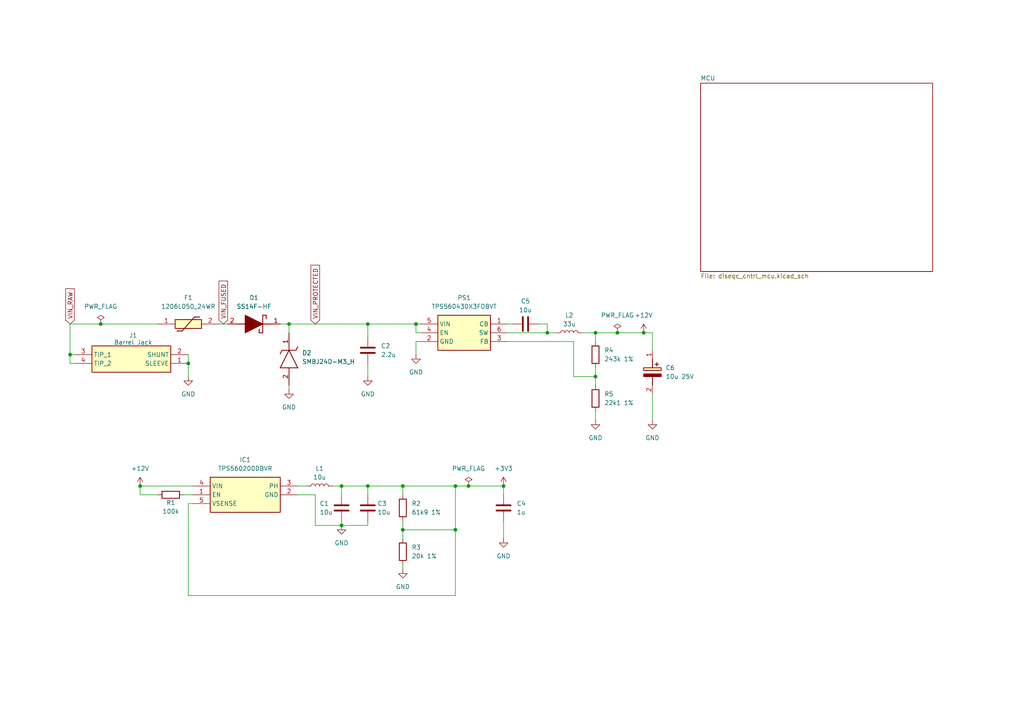
<source format=kicad_sch>
(kicad_sch
	(version 20250114)
	(generator "eeschema")
	(generator_version "9.0")
	(uuid "82a905d8-f1d7-4995-9c16-94cf3cdcaad9")
	(paper "A4")
	(title_block
		(title "DiSEqc Motor Control")
		(company "M0DMF ")
	)
	(lib_symbols
		(symbol "diseqc_cntrl:+12V"
			(power)
			(pin_numbers
				(hide yes)
			)
			(pin_names
				(offset 0)
				(hide yes)
			)
			(exclude_from_sim no)
			(in_bom yes)
			(on_board yes)
			(property "Reference" "#PWR"
				(at 0 -3.81 0)
				(effects
					(font
						(size 1.27 1.27)
					)
					(hide yes)
				)
			)
			(property "Value" "+12V"
				(at 0 3.556 0)
				(effects
					(font
						(size 1.27 1.27)
					)
				)
			)
			(property "Footprint" ""
				(at 0 0 0)
				(effects
					(font
						(size 1.27 1.27)
					)
					(hide yes)
				)
			)
			(property "Datasheet" ""
				(at 0 0 0)
				(effects
					(font
						(size 1.27 1.27)
					)
					(hide yes)
				)
			)
			(property "Description" "Power symbol creates a global label with name \"+12V\""
				(at 0 0 0)
				(effects
					(font
						(size 1.27 1.27)
					)
					(hide yes)
				)
			)
			(property "ki_keywords" "global power"
				(at 0 0 0)
				(effects
					(font
						(size 1.27 1.27)
					)
					(hide yes)
				)
			)
			(symbol "+12V_0_1"
				(polyline
					(pts
						(xy -0.762 1.27) (xy 0 2.54)
					)
					(stroke
						(width 0)
						(type default)
					)
					(fill
						(type none)
					)
				)
				(polyline
					(pts
						(xy 0 2.54) (xy 0.762 1.27)
					)
					(stroke
						(width 0)
						(type default)
					)
					(fill
						(type none)
					)
				)
				(polyline
					(pts
						(xy 0 0) (xy 0 2.54)
					)
					(stroke
						(width 0)
						(type default)
					)
					(fill
						(type none)
					)
				)
			)
			(symbol "+12V_1_1"
				(pin power_in line
					(at 0 0 90)
					(length 0)
					(name "~"
						(effects
							(font
								(size 1.27 1.27)
							)
						)
					)
					(number "1"
						(effects
							(font
								(size 1.27 1.27)
							)
						)
					)
				)
			)
			(embedded_fonts no)
		)
		(symbol "diseqc_cntrl:+3V3"
			(power)
			(pin_numbers
				(hide yes)
			)
			(pin_names
				(offset 0)
				(hide yes)
			)
			(exclude_from_sim no)
			(in_bom yes)
			(on_board yes)
			(property "Reference" "#PWR"
				(at 0 -3.81 0)
				(effects
					(font
						(size 1.27 1.27)
					)
					(hide yes)
				)
			)
			(property "Value" "+3V3"
				(at 0 3.556 0)
				(effects
					(font
						(size 1.27 1.27)
					)
				)
			)
			(property "Footprint" ""
				(at 0 0 0)
				(effects
					(font
						(size 1.27 1.27)
					)
					(hide yes)
				)
			)
			(property "Datasheet" ""
				(at 0 0 0)
				(effects
					(font
						(size 1.27 1.27)
					)
					(hide yes)
				)
			)
			(property "Description" "Power symbol creates a global label with name \"+3V3\""
				(at 0 0 0)
				(effects
					(font
						(size 1.27 1.27)
					)
					(hide yes)
				)
			)
			(property "ki_keywords" "global power"
				(at 0 0 0)
				(effects
					(font
						(size 1.27 1.27)
					)
					(hide yes)
				)
			)
			(symbol "+3V3_0_1"
				(polyline
					(pts
						(xy -0.762 1.27) (xy 0 2.54)
					)
					(stroke
						(width 0)
						(type default)
					)
					(fill
						(type none)
					)
				)
				(polyline
					(pts
						(xy 0 2.54) (xy 0.762 1.27)
					)
					(stroke
						(width 0)
						(type default)
					)
					(fill
						(type none)
					)
				)
				(polyline
					(pts
						(xy 0 0) (xy 0 2.54)
					)
					(stroke
						(width 0)
						(type default)
					)
					(fill
						(type none)
					)
				)
			)
			(symbol "+3V3_1_1"
				(pin power_in line
					(at 0 0 90)
					(length 0)
					(name "~"
						(effects
							(font
								(size 1.27 1.27)
							)
						)
					)
					(number "1"
						(effects
							(font
								(size 1.27 1.27)
							)
						)
					)
				)
			)
			(embedded_fonts no)
		)
		(symbol "diseqc_cntrl:1206L050_24WR"
			(pin_names
				(hide yes)
			)
			(exclude_from_sim no)
			(in_bom yes)
			(on_board yes)
			(property "Reference" "F"
				(at 13.97 6.35 0)
				(effects
					(font
						(size 1.27 1.27)
					)
					(justify left top)
				)
			)
			(property "Value" "1206L050_24WR"
				(at 13.97 3.81 0)
				(effects
					(font
						(size 1.27 1.27)
					)
					(justify left top)
				)
			)
			(property "Footprint" "1206L075132WR"
				(at 13.97 -96.19 0)
				(effects
					(font
						(size 1.27 1.27)
					)
					(justify left top)
					(hide yes)
				)
			)
			(property "Datasheet" "https://www.littelfuse.com/~/media/electronics/datasheets/resettable_ptcs/littelfuse_ptc_1206l_datasheet.pdf.pdf"
				(at 13.97 -196.19 0)
				(effects
					(font
						(size 1.27 1.27)
					)
					(justify left top)
					(hide yes)
				)
			)
			(property "Description" "Resettable Fuses - PPTC 24V   .5A-HD 100A MAX"
				(at 0 0 0)
				(effects
					(font
						(size 1.27 1.27)
					)
					(hide yes)
				)
			)
			(property "Height" "1.25"
				(at 13.97 -396.19 0)
				(effects
					(font
						(size 1.27 1.27)
					)
					(justify left top)
					(hide yes)
				)
			)
			(property "Mouser Part Number" "576-1206L050/24WR"
				(at 13.97 -496.19 0)
				(effects
					(font
						(size 1.27 1.27)
					)
					(justify left top)
					(hide yes)
				)
			)
			(property "Mouser Price/Stock" "https://www.mouser.co.uk/ProductDetail/Littelfuse/1206L050-24WR?qs=WCqcIsGl7aJGEgttmdZCow%3D%3D"
				(at 13.97 -596.19 0)
				(effects
					(font
						(size 1.27 1.27)
					)
					(justify left top)
					(hide yes)
				)
			)
			(property "Manufacturer_Name" "LITTELFUSE"
				(at 13.97 -696.19 0)
				(effects
					(font
						(size 1.27 1.27)
					)
					(justify left top)
					(hide yes)
				)
			)
			(property "Manufacturer_Part_Number" "1206L050/24WR"
				(at 13.97 -796.19 0)
				(effects
					(font
						(size 1.27 1.27)
					)
					(justify left top)
					(hide yes)
				)
			)
			(symbol "1206L050_24WR_1_1"
				(rectangle
					(start 5.08 1.27)
					(end 12.7 -1.27)
					(stroke
						(width 0.254)
						(type default)
					)
					(fill
						(type background)
					)
				)
				(polyline
					(pts
						(xy 5.588 -2.032) (xy 7.112 -2.032)
					)
					(stroke
						(width 0.254)
						(type default)
					)
					(fill
						(type none)
					)
				)
				(polyline
					(pts
						(xy 10.668 2.032) (xy 7.112 -2.032)
					)
					(stroke
						(width 0.254)
						(type default)
					)
					(fill
						(type none)
					)
				)
				(polyline
					(pts
						(xy 10.668 2.032) (xy 12.192 2.032)
					)
					(stroke
						(width 0.254)
						(type default)
					)
					(fill
						(type none)
					)
				)
				(pin passive line
					(at 0 0 0)
					(length 5.08)
					(name "1"
						(effects
							(font
								(size 1.27 1.27)
							)
						)
					)
					(number "1"
						(effects
							(font
								(size 1.27 1.27)
							)
						)
					)
				)
				(pin passive line
					(at 17.78 0 180)
					(length 5.08)
					(name "2"
						(effects
							(font
								(size 1.27 1.27)
							)
						)
					)
					(number "2"
						(effects
							(font
								(size 1.27 1.27)
							)
						)
					)
				)
			)
			(embedded_fonts no)
		)
		(symbol "diseqc_cntrl:865080440002"
			(pin_names
				(hide yes)
			)
			(exclude_from_sim no)
			(in_bom yes)
			(on_board yes)
			(property "Reference" "C"
				(at 8.89 6.35 0)
				(effects
					(font
						(size 1.27 1.27)
					)
					(justify left top)
				)
			)
			(property "Value" "865080440002"
				(at 8.89 3.81 0)
				(effects
					(font
						(size 1.27 1.27)
					)
					(justify left top)
				)
			)
			(property "Footprint" "CAPAE400X550N"
				(at 8.89 -96.19 0)
				(effects
					(font
						(size 1.27 1.27)
					)
					(justify left top)
					(hide yes)
				)
			)
			(property "Datasheet" "https://www.we-online.com/components/products/download/3D_WCAP-ASLI_4x5+%28rev1%29.pdf"
				(at 8.89 -196.19 0)
				(effects
					(font
						(size 1.27 1.27)
					)
					(justify left top)
					(hide yes)
				)
			)
			(property "Description" "WCAP-ASLI Aluminum Electrolytic Capacitors ASEB055100M025DVCTAB000; SMT V-Chip; 10 F +/- 20%; 25 V(DC); 2000 h; -55C / +105C; size DxL 4.0 x 5.5; Max. Iripple 85 mA @100 kHz; LC 3 A; DF 14 %"
				(at 0 0 0)
				(effects
					(font
						(size 1.27 1.27)
					)
					(hide yes)
				)
			)
			(property "Height" "5.5"
				(at 8.89 -396.19 0)
				(effects
					(font
						(size 1.27 1.27)
					)
					(justify left top)
					(hide yes)
				)
			)
			(property "Mouser Part Number" "710-865080440002"
				(at 8.89 -496.19 0)
				(effects
					(font
						(size 1.27 1.27)
					)
					(justify left top)
					(hide yes)
				)
			)
			(property "Mouser Price/Stock" "https://www.mouser.co.uk/ProductDetail/Wurth-Elektronik/865080440002?qs=0KOYDY2FL2%2FXvxJ7qSnXzw%3D%3D"
				(at 8.89 -596.19 0)
				(effects
					(font
						(size 1.27 1.27)
					)
					(justify left top)
					(hide yes)
				)
			)
			(property "Manufacturer_Name" "Wurth Elektronik"
				(at 8.89 -696.19 0)
				(effects
					(font
						(size 1.27 1.27)
					)
					(justify left top)
					(hide yes)
				)
			)
			(property "Manufacturer_Part_Number" "865080440002"
				(at 8.89 -796.19 0)
				(effects
					(font
						(size 1.27 1.27)
					)
					(justify left top)
					(hide yes)
				)
			)
			(symbol "865080440002_1_1"
				(polyline
					(pts
						(xy 2.54 0) (xy 5.08 0)
					)
					(stroke
						(width 0.254)
						(type default)
					)
					(fill
						(type none)
					)
				)
				(polyline
					(pts
						(xy 4.064 1.778) (xy 4.064 0.762)
					)
					(stroke
						(width 0.254)
						(type default)
					)
					(fill
						(type none)
					)
				)
				(polyline
					(pts
						(xy 4.572 1.27) (xy 3.556 1.27)
					)
					(stroke
						(width 0.254)
						(type default)
					)
					(fill
						(type none)
					)
				)
				(rectangle
					(start 5.08 2.54)
					(end 5.842 -2.54)
					(stroke
						(width 0.254)
						(type default)
					)
					(fill
						(type background)
					)
				)
				(polyline
					(pts
						(xy 7.62 2.54) (xy 7.62 -2.54) (xy 6.858 -2.54) (xy 6.858 2.54) (xy 7.62 2.54)
					)
					(stroke
						(width 0.254)
						(type default)
					)
					(fill
						(type outline)
					)
				)
				(polyline
					(pts
						(xy 7.62 0) (xy 10.16 0)
					)
					(stroke
						(width 0.254)
						(type default)
					)
					(fill
						(type none)
					)
				)
				(pin passive line
					(at 0 0 0)
					(length 2.54)
					(name "+"
						(effects
							(font
								(size 1.27 1.27)
							)
						)
					)
					(number "1"
						(effects
							(font
								(size 1.27 1.27)
							)
						)
					)
				)
				(pin passive line
					(at 12.7 0 180)
					(length 2.54)
					(name "-"
						(effects
							(font
								(size 1.27 1.27)
							)
						)
					)
					(number "2"
						(effects
							(font
								(size 1.27 1.27)
							)
						)
					)
				)
			)
			(embedded_fonts no)
		)
		(symbol "diseqc_cntrl:C"
			(pin_numbers
				(hide yes)
			)
			(pin_names
				(offset 0.254)
			)
			(exclude_from_sim no)
			(in_bom yes)
			(on_board yes)
			(property "Reference" "C"
				(at 0.635 2.54 0)
				(effects
					(font
						(size 1.27 1.27)
					)
					(justify left)
				)
			)
			(property "Value" "C"
				(at 0.635 -2.54 0)
				(effects
					(font
						(size 1.27 1.27)
					)
					(justify left)
				)
			)
			(property "Footprint" ""
				(at 0.9652 -3.81 0)
				(effects
					(font
						(size 1.27 1.27)
					)
					(hide yes)
				)
			)
			(property "Datasheet" "~"
				(at 0 0 0)
				(effects
					(font
						(size 1.27 1.27)
					)
					(hide yes)
				)
			)
			(property "Description" "Unpolarized capacitor"
				(at 0 0 0)
				(effects
					(font
						(size 1.27 1.27)
					)
					(hide yes)
				)
			)
			(property "ki_keywords" "cap capacitor"
				(at 0 0 0)
				(effects
					(font
						(size 1.27 1.27)
					)
					(hide yes)
				)
			)
			(property "ki_fp_filters" "C_*"
				(at 0 0 0)
				(effects
					(font
						(size 1.27 1.27)
					)
					(hide yes)
				)
			)
			(symbol "C_0_1"
				(polyline
					(pts
						(xy -2.032 0.762) (xy 2.032 0.762)
					)
					(stroke
						(width 0.508)
						(type default)
					)
					(fill
						(type none)
					)
				)
				(polyline
					(pts
						(xy -2.032 -0.762) (xy 2.032 -0.762)
					)
					(stroke
						(width 0.508)
						(type default)
					)
					(fill
						(type none)
					)
				)
			)
			(symbol "C_1_1"
				(pin passive line
					(at 0 3.81 270)
					(length 2.794)
					(name "~"
						(effects
							(font
								(size 1.27 1.27)
							)
						)
					)
					(number "1"
						(effects
							(font
								(size 1.27 1.27)
							)
						)
					)
				)
				(pin passive line
					(at 0 -3.81 90)
					(length 2.794)
					(name "~"
						(effects
							(font
								(size 1.27 1.27)
							)
						)
					)
					(number "2"
						(effects
							(font
								(size 1.27 1.27)
							)
						)
					)
				)
			)
			(embedded_fonts no)
		)
		(symbol "diseqc_cntrl:GND"
			(power)
			(pin_numbers
				(hide yes)
			)
			(pin_names
				(offset 0)
				(hide yes)
			)
			(exclude_from_sim no)
			(in_bom yes)
			(on_board yes)
			(property "Reference" "#PWR"
				(at 0 -6.35 0)
				(effects
					(font
						(size 1.27 1.27)
					)
					(hide yes)
				)
			)
			(property "Value" "GND"
				(at 0 -3.81 0)
				(effects
					(font
						(size 1.27 1.27)
					)
				)
			)
			(property "Footprint" ""
				(at 0 0 0)
				(effects
					(font
						(size 1.27 1.27)
					)
					(hide yes)
				)
			)
			(property "Datasheet" ""
				(at 0 0 0)
				(effects
					(font
						(size 1.27 1.27)
					)
					(hide yes)
				)
			)
			(property "Description" "Power symbol creates a global label with name \"GND\" , ground"
				(at 0 0 0)
				(effects
					(font
						(size 1.27 1.27)
					)
					(hide yes)
				)
			)
			(property "ki_keywords" "global power"
				(at 0 0 0)
				(effects
					(font
						(size 1.27 1.27)
					)
					(hide yes)
				)
			)
			(symbol "GND_0_1"
				(polyline
					(pts
						(xy 0 0) (xy 0 -1.27) (xy 1.27 -1.27) (xy 0 -2.54) (xy -1.27 -1.27) (xy 0 -1.27)
					)
					(stroke
						(width 0)
						(type default)
					)
					(fill
						(type none)
					)
				)
			)
			(symbol "GND_1_1"
				(pin power_in line
					(at 0 0 270)
					(length 0)
					(name "~"
						(effects
							(font
								(size 1.27 1.27)
							)
						)
					)
					(number "1"
						(effects
							(font
								(size 1.27 1.27)
							)
						)
					)
				)
			)
			(embedded_fonts no)
		)
		(symbol "diseqc_cntrl:L"
			(pin_numbers
				(hide yes)
			)
			(pin_names
				(offset 1.016)
				(hide yes)
			)
			(exclude_from_sim no)
			(in_bom yes)
			(on_board yes)
			(property "Reference" "L"
				(at -1.27 0 90)
				(effects
					(font
						(size 1.27 1.27)
					)
				)
			)
			(property "Value" "L"
				(at 1.905 0 90)
				(effects
					(font
						(size 1.27 1.27)
					)
				)
			)
			(property "Footprint" ""
				(at 0 0 0)
				(effects
					(font
						(size 1.27 1.27)
					)
					(hide yes)
				)
			)
			(property "Datasheet" "~"
				(at 0 0 0)
				(effects
					(font
						(size 1.27 1.27)
					)
					(hide yes)
				)
			)
			(property "Description" "Inductor"
				(at 0 0 0)
				(effects
					(font
						(size 1.27 1.27)
					)
					(hide yes)
				)
			)
			(property "ki_keywords" "inductor choke coil reactor magnetic"
				(at 0 0 0)
				(effects
					(font
						(size 1.27 1.27)
					)
					(hide yes)
				)
			)
			(property "ki_fp_filters" "Choke_* *Coil* Inductor_* L_*"
				(at 0 0 0)
				(effects
					(font
						(size 1.27 1.27)
					)
					(hide yes)
				)
			)
			(symbol "L_0_1"
				(arc
					(start 0 2.54)
					(mid 0.6323 1.905)
					(end 0 1.27)
					(stroke
						(width 0)
						(type default)
					)
					(fill
						(type none)
					)
				)
				(arc
					(start 0 1.27)
					(mid 0.6323 0.635)
					(end 0 0)
					(stroke
						(width 0)
						(type default)
					)
					(fill
						(type none)
					)
				)
				(arc
					(start 0 0)
					(mid 0.6323 -0.635)
					(end 0 -1.27)
					(stroke
						(width 0)
						(type default)
					)
					(fill
						(type none)
					)
				)
				(arc
					(start 0 -1.27)
					(mid 0.6323 -1.905)
					(end 0 -2.54)
					(stroke
						(width 0)
						(type default)
					)
					(fill
						(type none)
					)
				)
			)
			(symbol "L_1_1"
				(pin passive line
					(at 0 3.81 270)
					(length 1.27)
					(name "1"
						(effects
							(font
								(size 1.27 1.27)
							)
						)
					)
					(number "1"
						(effects
							(font
								(size 1.27 1.27)
							)
						)
					)
				)
				(pin passive line
					(at 0 -3.81 90)
					(length 1.27)
					(name "2"
						(effects
							(font
								(size 1.27 1.27)
							)
						)
					)
					(number "2"
						(effects
							(font
								(size 1.27 1.27)
							)
						)
					)
				)
			)
			(embedded_fonts no)
		)
		(symbol "diseqc_cntrl:PWR_FLAG"
			(power)
			(pin_numbers
				(hide yes)
			)
			(pin_names
				(offset 0)
				(hide yes)
			)
			(exclude_from_sim no)
			(in_bom yes)
			(on_board yes)
			(property "Reference" "#FLG"
				(at 0 1.905 0)
				(effects
					(font
						(size 1.27 1.27)
					)
					(hide yes)
				)
			)
			(property "Value" "PWR_FLAG"
				(at 0 3.81 0)
				(effects
					(font
						(size 1.27 1.27)
					)
				)
			)
			(property "Footprint" ""
				(at 0 0 0)
				(effects
					(font
						(size 1.27 1.27)
					)
					(hide yes)
				)
			)
			(property "Datasheet" "~"
				(at 0 0 0)
				(effects
					(font
						(size 1.27 1.27)
					)
					(hide yes)
				)
			)
			(property "Description" "Special symbol for telling ERC where power comes from"
				(at 0 0 0)
				(effects
					(font
						(size 1.27 1.27)
					)
					(hide yes)
				)
			)
			(property "ki_keywords" "flag power"
				(at 0 0 0)
				(effects
					(font
						(size 1.27 1.27)
					)
					(hide yes)
				)
			)
			(symbol "PWR_FLAG_0_0"
				(pin power_out line
					(at 0 0 90)
					(length 0)
					(name "~"
						(effects
							(font
								(size 1.27 1.27)
							)
						)
					)
					(number "1"
						(effects
							(font
								(size 1.27 1.27)
							)
						)
					)
				)
			)
			(symbol "PWR_FLAG_0_1"
				(polyline
					(pts
						(xy 0 0) (xy 0 1.27) (xy -1.016 1.905) (xy 0 2.54) (xy 1.016 1.905) (xy 0 1.27)
					)
					(stroke
						(width 0)
						(type default)
					)
					(fill
						(type none)
					)
				)
			)
			(embedded_fonts no)
		)
		(symbol "diseqc_cntrl:R"
			(pin_numbers
				(hide yes)
			)
			(pin_names
				(offset 0)
			)
			(exclude_from_sim no)
			(in_bom yes)
			(on_board yes)
			(property "Reference" "R"
				(at 2.032 0 90)
				(effects
					(font
						(size 1.27 1.27)
					)
				)
			)
			(property "Value" "R"
				(at 0 0 90)
				(effects
					(font
						(size 1.27 1.27)
					)
				)
			)
			(property "Footprint" ""
				(at -1.778 0 90)
				(effects
					(font
						(size 1.27 1.27)
					)
					(hide yes)
				)
			)
			(property "Datasheet" "~"
				(at 0 0 0)
				(effects
					(font
						(size 1.27 1.27)
					)
					(hide yes)
				)
			)
			(property "Description" "Resistor"
				(at 0 0 0)
				(effects
					(font
						(size 1.27 1.27)
					)
					(hide yes)
				)
			)
			(property "ki_keywords" "R res resistor"
				(at 0 0 0)
				(effects
					(font
						(size 1.27 1.27)
					)
					(hide yes)
				)
			)
			(property "ki_fp_filters" "R_*"
				(at 0 0 0)
				(effects
					(font
						(size 1.27 1.27)
					)
					(hide yes)
				)
			)
			(symbol "R_0_1"
				(rectangle
					(start -1.016 -2.54)
					(end 1.016 2.54)
					(stroke
						(width 0.254)
						(type default)
					)
					(fill
						(type none)
					)
				)
			)
			(symbol "R_1_1"
				(pin passive line
					(at 0 3.81 270)
					(length 1.27)
					(name "~"
						(effects
							(font
								(size 1.27 1.27)
							)
						)
					)
					(number "1"
						(effects
							(font
								(size 1.27 1.27)
							)
						)
					)
				)
				(pin passive line
					(at 0 -3.81 90)
					(length 1.27)
					(name "~"
						(effects
							(font
								(size 1.27 1.27)
							)
						)
					)
					(number "2"
						(effects
							(font
								(size 1.27 1.27)
							)
						)
					)
				)
			)
			(embedded_fonts no)
		)
		(symbol "diseqc_cntrl:RASM742TRX"
			(exclude_from_sim no)
			(in_bom yes)
			(on_board yes)
			(property "Reference" "J"
				(at 29.21 7.62 0)
				(effects
					(font
						(size 1.27 1.27)
					)
					(justify left top)
				)
			)
			(property "Value" "RASM742TRX"
				(at 29.21 5.08 0)
				(effects
					(font
						(size 1.27 1.27)
					)
					(justify left top)
				)
			)
			(property "Footprint" "RASM742TRX"
				(at 29.21 -94.92 0)
				(effects
					(font
						(size 1.27 1.27)
					)
					(justify left top)
					(hide yes)
				)
			)
			(property "Datasheet" "https://www.switchcraft.com/assets/1/24/rasm742trx_cd.pdf?4758"
				(at 29.21 -194.92 0)
				(effects
					(font
						(size 1.27 1.27)
					)
					(justify left top)
					(hide yes)
				)
			)
			(property "Description" "Power Barrel Connector Jack 1.05mm ID (0.041\"), 3.50mm OD (0.138\") Surface Mount, Right Angle"
				(at 0 0 0)
				(effects
					(font
						(size 1.27 1.27)
					)
					(hide yes)
				)
			)
			(property "Height" "5.334"
				(at 29.21 -394.92 0)
				(effects
					(font
						(size 1.27 1.27)
					)
					(justify left top)
					(hide yes)
				)
			)
			(property "Mouser Part Number" "502-RASM742TRX"
				(at 29.21 -494.92 0)
				(effects
					(font
						(size 1.27 1.27)
					)
					(justify left top)
					(hide yes)
				)
			)
			(property "Mouser Price/Stock" "https://www.mouser.co.uk/ProductDetail/Switchcraft/RASM742TRX?qs=mcPJWgAPNrdcPY6U4InXHg%3D%3D"
				(at 29.21 -594.92 0)
				(effects
					(font
						(size 1.27 1.27)
					)
					(justify left top)
					(hide yes)
				)
			)
			(property "Manufacturer_Name" "Switchcraft"
				(at 29.21 -694.92 0)
				(effects
					(font
						(size 1.27 1.27)
					)
					(justify left top)
					(hide yes)
				)
			)
			(property "Manufacturer_Part_Number" "RASM742TRX"
				(at 29.21 -794.92 0)
				(effects
					(font
						(size 1.27 1.27)
					)
					(justify left top)
					(hide yes)
				)
			)
			(symbol "RASM742TRX_1_1"
				(rectangle
					(start 5.08 2.54)
					(end 27.94 -5.08)
					(stroke
						(width 0.254)
						(type default)
					)
					(fill
						(type background)
					)
				)
				(pin passive line
					(at 0 0 0)
					(length 5.08)
					(name "SLEEVE"
						(effects
							(font
								(size 1.27 1.27)
							)
						)
					)
					(number "1"
						(effects
							(font
								(size 1.27 1.27)
							)
						)
					)
				)
				(pin passive line
					(at 0 -2.54 0)
					(length 5.08)
					(name "SHUNT"
						(effects
							(font
								(size 1.27 1.27)
							)
						)
					)
					(number "2"
						(effects
							(font
								(size 1.27 1.27)
							)
						)
					)
				)
				(pin passive line
					(at 33.02 0 180)
					(length 5.08)
					(name "TIP_2"
						(effects
							(font
								(size 1.27 1.27)
							)
						)
					)
					(number "4"
						(effects
							(font
								(size 1.27 1.27)
							)
						)
					)
				)
				(pin passive line
					(at 33.02 -2.54 180)
					(length 5.08)
					(name "TIP_1"
						(effects
							(font
								(size 1.27 1.27)
							)
						)
					)
					(number "3"
						(effects
							(font
								(size 1.27 1.27)
							)
						)
					)
				)
			)
			(embedded_fonts no)
		)
		(symbol "diseqc_cntrl:SMBJ24D-M3_H"
			(pin_names
				(hide yes)
			)
			(exclude_from_sim no)
			(in_bom yes)
			(on_board yes)
			(property "Reference" "D"
				(at 10.16 8.89 0)
				(effects
					(font
						(size 1.27 1.27)
					)
					(justify left bottom)
				)
			)
			(property "Value" "SMBJ24D-M3_H"
				(at 10.16 6.35 0)
				(effects
					(font
						(size 1.27 1.27)
					)
					(justify left bottom)
				)
			)
			(property "Footprint" "DIOM5436X244N"
				(at 10.16 -93.65 0)
				(effects
					(font
						(size 1.27 1.27)
					)
					(justify left bottom)
					(hide yes)
				)
			)
			(property "Datasheet" "https://www.vishay.com/docs/87606/smbj5cdthrusmbj120cd.pdf"
				(at 10.16 -193.65 0)
				(effects
					(font
						(size 1.27 1.27)
					)
					(justify left bottom)
					(hide yes)
				)
			)
			(property "Description" "Vishay SMBJ24D-M3/H, Uni-Directional TVS Diode, 600W, 2-Pin DO-214AA"
				(at 0 0 0)
				(effects
					(font
						(size 1.27 1.27)
					)
					(hide yes)
				)
			)
			(property "Height" "2.44"
				(at 10.16 -393.65 0)
				(effects
					(font
						(size 1.27 1.27)
					)
					(justify left bottom)
					(hide yes)
				)
			)
			(property "Mouser Part Number" "78-SMBJ24D-M3H"
				(at 10.16 -493.65 0)
				(effects
					(font
						(size 1.27 1.27)
					)
					(justify left bottom)
					(hide yes)
				)
			)
			(property "Mouser Price/Stock" "https://www.mouser.co.uk/ProductDetail/Vishay-General-Semiconductor/SMBJ24D-M3-H?qs=gNX%2FqcWHaklVZodqqN9ClA%3D%3D"
				(at 10.16 -593.65 0)
				(effects
					(font
						(size 1.27 1.27)
					)
					(justify left bottom)
					(hide yes)
				)
			)
			(property "Manufacturer_Name" "Vishay"
				(at 10.16 -693.65 0)
				(effects
					(font
						(size 1.27 1.27)
					)
					(justify left bottom)
					(hide yes)
				)
			)
			(property "Manufacturer_Part_Number" "SMBJ24D-M3/H"
				(at 10.16 -793.65 0)
				(effects
					(font
						(size 1.27 1.27)
					)
					(justify left bottom)
					(hide yes)
				)
			)
			(symbol "SMBJ24D-M3_H_1_1"
				(polyline
					(pts
						(xy 4.064 2.54) (xy 5.08 2.032)
					)
					(stroke
						(width 0.254)
						(type default)
					)
					(fill
						(type none)
					)
				)
				(polyline
					(pts
						(xy 5.08 0) (xy 10.16 2.54)
					)
					(stroke
						(width 0.254)
						(type default)
					)
					(fill
						(type none)
					)
				)
				(polyline
					(pts
						(xy 5.08 -2.032) (xy 5.08 2.032)
					)
					(stroke
						(width 0.254)
						(type default)
					)
					(fill
						(type none)
					)
				)
				(polyline
					(pts
						(xy 5.08 -2.032) (xy 6.096 -2.54)
					)
					(stroke
						(width 0.254)
						(type default)
					)
					(fill
						(type none)
					)
				)
				(polyline
					(pts
						(xy 10.16 -2.54) (xy 5.08 0)
					)
					(stroke
						(width 0.254)
						(type default)
					)
					(fill
						(type none)
					)
				)
				(polyline
					(pts
						(xy 10.16 -2.54) (xy 10.16 2.54)
					)
					(stroke
						(width 0.254)
						(type default)
					)
					(fill
						(type none)
					)
				)
				(pin passive line
					(at 0 0 0)
					(length 5.08)
					(name "K"
						(effects
							(font
								(size 1.27 1.27)
							)
						)
					)
					(number "1"
						(effects
							(font
								(size 1.27 1.27)
							)
						)
					)
				)
				(pin passive line
					(at 15.24 0 180)
					(length 5.08)
					(name "A"
						(effects
							(font
								(size 1.27 1.27)
							)
						)
					)
					(number "2"
						(effects
							(font
								(size 1.27 1.27)
							)
						)
					)
				)
			)
			(embedded_fonts no)
		)
		(symbol "diseqc_cntrl:SS14F-HF"
			(pin_names
				(hide yes)
			)
			(exclude_from_sim no)
			(in_bom yes)
			(on_board yes)
			(property "Reference" "D"
				(at 12.7 8.89 0)
				(effects
					(font
						(size 1.27 1.27)
					)
					(justify left top)
				)
			)
			(property "Value" "SS14F-HF"
				(at 12.7 6.35 0)
				(effects
					(font
						(size 1.27 1.27)
					)
					(justify left top)
				)
			)
			(property "Footprint" "SODFL4626X120N"
				(at 12.7 -93.65 0)
				(effects
					(font
						(size 1.27 1.27)
					)
					(justify left top)
					(hide yes)
				)
			)
			(property "Datasheet" "https://www.mouser.it/datasheet/2/80/20190806172716-1729195.pdf"
				(at 12.7 -193.65 0)
				(effects
					(font
						(size 1.27 1.27)
					)
					(justify left top)
					(hide yes)
				)
			)
			(property "Description" "Schottky Diodes & Rectifiers DIODE SCHOTTKY 1A 40V SMAF"
				(at 0 0 0)
				(effects
					(font
						(size 1.27 1.27)
					)
					(hide yes)
				)
			)
			(property "Height" "1.2"
				(at 12.7 -393.65 0)
				(effects
					(font
						(size 1.27 1.27)
					)
					(justify left top)
					(hide yes)
				)
			)
			(property "Mouser Part Number" "750-SS14F-HF"
				(at 12.7 -493.65 0)
				(effects
					(font
						(size 1.27 1.27)
					)
					(justify left top)
					(hide yes)
				)
			)
			(property "Mouser Price/Stock" "https://www.mouser.co.uk/ProductDetail/Comchip-Technology/SS14F-HF?qs=GBLSl2AkirtgfTSiCdT86Q%3D%3D"
				(at 12.7 -593.65 0)
				(effects
					(font
						(size 1.27 1.27)
					)
					(justify left top)
					(hide yes)
				)
			)
			(property "Manufacturer_Name" "Comchip Technology"
				(at 12.7 -693.65 0)
				(effects
					(font
						(size 1.27 1.27)
					)
					(justify left top)
					(hide yes)
				)
			)
			(property "Manufacturer_Part_Number" "SS14F-HF"
				(at 12.7 -793.65 0)
				(effects
					(font
						(size 1.27 1.27)
					)
					(justify left top)
					(hide yes)
				)
			)
			(symbol "SS14F-HF_1_1"
				(polyline
					(pts
						(xy 5.08 0) (xy 7.62 0)
					)
					(stroke
						(width 0.254)
						(type default)
					)
					(fill
						(type none)
					)
				)
				(polyline
					(pts
						(xy 6.604 -1.524) (xy 6.604 -2.54)
					)
					(stroke
						(width 0.254)
						(type default)
					)
					(fill
						(type none)
					)
				)
				(polyline
					(pts
						(xy 7.62 2.54) (xy 7.62 -2.54)
					)
					(stroke
						(width 0.254)
						(type default)
					)
					(fill
						(type none)
					)
				)
				(polyline
					(pts
						(xy 7.62 2.54) (xy 8.636 2.54)
					)
					(stroke
						(width 0.254)
						(type default)
					)
					(fill
						(type none)
					)
				)
				(polyline
					(pts
						(xy 7.62 0) (xy 12.7 2.54) (xy 12.7 -2.54) (xy 7.62 0)
					)
					(stroke
						(width 0.254)
						(type default)
					)
					(fill
						(type outline)
					)
				)
				(polyline
					(pts
						(xy 7.62 -2.54) (xy 6.604 -2.54)
					)
					(stroke
						(width 0.254)
						(type default)
					)
					(fill
						(type none)
					)
				)
				(polyline
					(pts
						(xy 8.636 1.524) (xy 8.636 2.54)
					)
					(stroke
						(width 0.254)
						(type default)
					)
					(fill
						(type none)
					)
				)
				(polyline
					(pts
						(xy 12.7 0) (xy 15.24 0)
					)
					(stroke
						(width 0.254)
						(type default)
					)
					(fill
						(type none)
					)
				)
				(pin passive line
					(at 2.54 0 0)
					(length 2.54)
					(name "K"
						(effects
							(font
								(size 1.27 1.27)
							)
						)
					)
					(number "1"
						(effects
							(font
								(size 1.27 1.27)
							)
						)
					)
				)
				(pin passive line
					(at 17.78 0 180)
					(length 2.54)
					(name "A"
						(effects
							(font
								(size 1.27 1.27)
							)
						)
					)
					(number "2"
						(effects
							(font
								(size 1.27 1.27)
							)
						)
					)
				)
			)
			(embedded_fonts no)
		)
		(symbol "diseqc_cntrl:TPS560200DBVR"
			(exclude_from_sim no)
			(in_bom yes)
			(on_board yes)
			(property "Reference" "IC2"
				(at 15.24 -12.7 0)
				(effects
					(font
						(size 1.27 1.27)
					)
				)
			)
			(property "Value" "TPS560200DBVR"
				(at 15.24 -10.16 0)
				(effects
					(font
						(size 1.27 1.27)
					)
				)
			)
			(property "Footprint" "LIB_TPS560200DBVR:SOT95P280X145-5N"
				(at 26.67 -94.92 0)
				(effects
					(font
						(size 1.27 1.27)
					)
					(justify left top)
					(hide yes)
				)
			)
			(property "Datasheet" "http://www.ti.com/lit/gpn/tps560200"
				(at 26.67 -194.92 0)
				(effects
					(font
						(size 1.27 1.27)
					)
					(justify left top)
					(hide yes)
				)
			)
			(property "Description" "17V Input, 500mA Synchronous Step-Down Regulator in SOT-23 with Advanced Eco-Mode&#153;"
				(at 0 0 0)
				(effects
					(font
						(size 1.27 1.27)
					)
					(hide yes)
				)
			)
			(property "Height" "1.45"
				(at 26.67 -394.92 0)
				(effects
					(font
						(size 1.27 1.27)
					)
					(justify left top)
					(hide yes)
				)
			)
			(property "Mouser Part Number" "595-TPS560200DBVR"
				(at 26.67 -494.92 0)
				(effects
					(font
						(size 1.27 1.27)
					)
					(justify left top)
					(hide yes)
				)
			)
			(property "Mouser Price/Stock" "https://www.mouser.co.uk/ProductDetail/Texas-Instruments/TPS560200DBVR?qs=igp4D3uu33JvyBesN3zBxg%3D%3D"
				(at 26.67 -594.92 0)
				(effects
					(font
						(size 1.27 1.27)
					)
					(justify left top)
					(hide yes)
				)
			)
			(property "Manufacturer_Name" "Texas Instruments"
				(at 26.67 -694.92 0)
				(effects
					(font
						(size 1.27 1.27)
					)
					(justify left top)
					(hide yes)
				)
			)
			(property "Manufacturer_Part_Number" "TPS560200DBVR"
				(at 26.67 -794.92 0)
				(effects
					(font
						(size 1.27 1.27)
					)
					(justify left top)
					(hide yes)
				)
			)
			(symbol "TPS560200DBVR_1_1"
				(rectangle
					(start 5.08 2.54)
					(end 25.4 -7.62)
					(stroke
						(width 0.254)
						(type default)
					)
					(fill
						(type background)
					)
				)
				(pin passive line
					(at 0 -2.54 0)
					(length 5.08)
					(name "GND"
						(effects
							(font
								(size 1.27 1.27)
							)
						)
					)
					(number "2"
						(effects
							(font
								(size 1.27 1.27)
							)
						)
					)
				)
				(pin passive line
					(at 0 -5.08 0)
					(length 5.08)
					(name "PH"
						(effects
							(font
								(size 1.27 1.27)
							)
						)
					)
					(number "3"
						(effects
							(font
								(size 1.27 1.27)
							)
						)
					)
				)
				(pin passive line
					(at 30.48 0 180)
					(length 5.08)
					(name "VSENSE"
						(effects
							(font
								(size 1.27 1.27)
							)
						)
					)
					(number "5"
						(effects
							(font
								(size 1.27 1.27)
							)
						)
					)
				)
				(pin passive line
					(at 30.48 -2.54 180)
					(length 5.08)
					(name "EN"
						(effects
							(font
								(size 1.27 1.27)
							)
						)
					)
					(number "1"
						(effects
							(font
								(size 1.27 1.27)
							)
						)
					)
				)
				(pin passive line
					(at 30.48 -5.08 180)
					(length 5.08)
					(name "VIN"
						(effects
							(font
								(size 1.27 1.27)
							)
						)
					)
					(number "4"
						(effects
							(font
								(size 1.27 1.27)
							)
						)
					)
				)
			)
			(embedded_fonts no)
		)
		(symbol "diseqc_cntrl:TPS560430X3FDBVT"
			(exclude_from_sim no)
			(in_bom yes)
			(on_board yes)
			(property "Reference" "PS1"
				(at 12.7 7.62 0)
				(effects
					(font
						(size 1.27 1.27)
					)
				)
			)
			(property "Value" "TPS560430X3FDBVT"
				(at 12.7 5.08 0)
				(effects
					(font
						(size 1.27 1.27)
					)
				)
			)
			(property "Footprint" "SOT95P280X145-6N"
				(at 21.59 -94.92 0)
				(effects
					(font
						(size 1.27 1.27)
					)
					(justify left top)
					(hide yes)
				)
			)
			(property "Datasheet" ""
				(at 21.59 -194.92 0)
				(effects
					(font
						(size 1.27 1.27)
					)
					(justify left top)
					(hide yes)
				)
			)
			(property "Description" "Switching Voltage Regulators SIMPLE SWITCHER 36-V, 600-mA Buck Regulator With High-Efficiency Sleep Mode 6-SOT-23 -40 to 125"
				(at 0 0 0)
				(effects
					(font
						(size 1.27 1.27)
					)
					(hide yes)
				)
			)
			(property "Height" "1.45"
				(at 21.59 -394.92 0)
				(effects
					(font
						(size 1.27 1.27)
					)
					(justify left top)
					(hide yes)
				)
			)
			(property "Mouser Part Number" "595-TPS560430X3FDBVT"
				(at 21.59 -494.92 0)
				(effects
					(font
						(size 1.27 1.27)
					)
					(justify left top)
					(hide yes)
				)
			)
			(property "Mouser Price/Stock" "https://www.mouser.co.uk/ProductDetail/Texas-Instruments/TPS560430X3FDBVT?qs=y6ZabgHbY%252BwVnm98XeNv8w%3D%3D"
				(at 21.59 -594.92 0)
				(effects
					(font
						(size 1.27 1.27)
					)
					(justify left top)
					(hide yes)
				)
			)
			(property "Manufacturer_Name" "Texas Instruments"
				(at 21.59 -694.92 0)
				(effects
					(font
						(size 1.27 1.27)
					)
					(justify left top)
					(hide yes)
				)
			)
			(property "Manufacturer_Part_Number" "TPS560430X3FDBVT"
				(at 21.59 -794.92 0)
				(effects
					(font
						(size 1.27 1.27)
					)
					(justify left top)
					(hide yes)
				)
			)
			(symbol "TPS560430X3FDBVT_1_1"
				(rectangle
					(start 5.08 2.54)
					(end 20.32 -7.62)
					(stroke
						(width 0.254)
						(type default)
					)
					(fill
						(type background)
					)
				)
				(pin passive line
					(at 0 0 0)
					(length 5.08)
					(name "VIN"
						(effects
							(font
								(size 1.27 1.27)
							)
						)
					)
					(number "5"
						(effects
							(font
								(size 1.27 1.27)
							)
						)
					)
				)
				(pin passive line
					(at 0 -2.54 0)
					(length 5.08)
					(name "EN"
						(effects
							(font
								(size 1.27 1.27)
							)
						)
					)
					(number "4"
						(effects
							(font
								(size 1.27 1.27)
							)
						)
					)
				)
				(pin passive line
					(at 0 -5.08 0)
					(length 5.08)
					(name "GND"
						(effects
							(font
								(size 1.27 1.27)
							)
						)
					)
					(number "2"
						(effects
							(font
								(size 1.27 1.27)
							)
						)
					)
				)
				(pin passive line
					(at 25.4 0 180)
					(length 5.08)
					(name "CB"
						(effects
							(font
								(size 1.27 1.27)
							)
						)
					)
					(number "1"
						(effects
							(font
								(size 1.27 1.27)
							)
						)
					)
				)
				(pin passive line
					(at 25.4 -2.54 180)
					(length 5.08)
					(name "SW"
						(effects
							(font
								(size 1.27 1.27)
							)
						)
					)
					(number "6"
						(effects
							(font
								(size 1.27 1.27)
							)
						)
					)
				)
				(pin passive line
					(at 25.4 -5.08 180)
					(length 5.08)
					(name "FB"
						(effects
							(font
								(size 1.27 1.27)
							)
						)
					)
					(number "3"
						(effects
							(font
								(size 1.27 1.27)
							)
						)
					)
				)
			)
			(embedded_fonts no)
		)
	)
	(junction
		(at 40.64 140.97)
		(diameter 0)
		(color 0 0 0 0)
		(uuid "12fdf761-1bb1-4c66-b690-e987712f01ce")
	)
	(junction
		(at 20.32 102.87)
		(diameter 0)
		(color 0 0 0 0)
		(uuid "2c3cab72-402c-4bf6-8d9f-822c29075597")
	)
	(junction
		(at 116.84 140.97)
		(diameter 0)
		(color 0 0 0 0)
		(uuid "2c4167f6-4799-40f6-9737-0e659a0e1ae9")
	)
	(junction
		(at 106.68 140.97)
		(diameter 0)
		(color 0 0 0 0)
		(uuid "41b1748d-056f-437a-b7d1-15c95b03a376")
	)
	(junction
		(at 99.06 152.4)
		(diameter 0)
		(color 0 0 0 0)
		(uuid "454b9d01-7834-491d-91f8-c084e7639ddf")
	)
	(junction
		(at 120.65 93.98)
		(diameter 0)
		(color 0 0 0 0)
		(uuid "468a873b-7ac5-433e-ae44-b82e4e8b1b58")
	)
	(junction
		(at 54.61 105.41)
		(diameter 0)
		(color 0 0 0 0)
		(uuid "469dab5d-7257-4a6f-bd4b-b9da716323a8")
	)
	(junction
		(at 132.08 140.97)
		(diameter 0)
		(color 0 0 0 0)
		(uuid "4be421ba-4528-4e74-adc4-3e40e42c34b4")
	)
	(junction
		(at 172.72 96.52)
		(diameter 0)
		(color 0 0 0 0)
		(uuid "574451a7-07f0-4bf3-83b5-a0c5c25a998a")
	)
	(junction
		(at 83.82 93.98)
		(diameter 0)
		(color 0 0 0 0)
		(uuid "75ed4b52-283a-4846-b5b0-bbb11ddf8540")
	)
	(junction
		(at 135.89 140.97)
		(diameter 0)
		(color 0 0 0 0)
		(uuid "7d4ffcf6-856f-473a-917c-0f45e6c1d259")
	)
	(junction
		(at 116.84 153.67)
		(diameter 0)
		(color 0 0 0 0)
		(uuid "9eb10e79-39c4-43c0-a32c-6b65f90e836d")
	)
	(junction
		(at 146.05 140.97)
		(diameter 0)
		(color 0 0 0 0)
		(uuid "b2a54336-e1f7-46f8-9655-1dcf7f544ad6")
	)
	(junction
		(at 99.06 140.97)
		(diameter 0)
		(color 0 0 0 0)
		(uuid "b3e750df-fd2a-428b-b2d9-9c593c3f5ce3")
	)
	(junction
		(at 106.68 93.98)
		(diameter 0)
		(color 0 0 0 0)
		(uuid "bc618b56-b09c-4d6f-a7cf-749b4f16d6ea")
	)
	(junction
		(at 179.07 96.52)
		(diameter 0)
		(color 0 0 0 0)
		(uuid "bebfa018-fd05-4d73-8152-c5692b178e19")
	)
	(junction
		(at 158.75 96.52)
		(diameter 0)
		(color 0 0 0 0)
		(uuid "c69d7f45-563a-4a4c-b792-ec0674d979ec")
	)
	(junction
		(at 132.08 153.67)
		(diameter 0)
		(color 0 0 0 0)
		(uuid "c8895b33-3868-4eaa-94ea-2179fc58d73b")
	)
	(junction
		(at 29.21 93.98)
		(diameter 0)
		(color 0 0 0 0)
		(uuid "e33f7e50-c69b-48cc-9a00-2d27cdb4f0ce")
	)
	(junction
		(at 186.69 96.52)
		(diameter 0)
		(color 0 0 0 0)
		(uuid "fb78d8a1-847f-419b-bc6b-4eb74b2307f0")
	)
	(junction
		(at 172.72 109.22)
		(diameter 0)
		(color 0 0 0 0)
		(uuid "fc9bab49-bd54-4bb3-9243-19979f4a89aa")
	)
	(wire
		(pts
			(xy 96.52 140.97) (xy 99.06 140.97)
		)
		(stroke
			(width 0)
			(type default)
		)
		(uuid "06f91d2e-fc5f-4a88-ab48-5e79b6934466")
	)
	(wire
		(pts
			(xy 29.21 93.98) (xy 45.72 93.98)
		)
		(stroke
			(width 0)
			(type default)
		)
		(uuid "0a83c5b3-1060-4b02-b57e-96769c9c6fa5")
	)
	(wire
		(pts
			(xy 120.65 99.06) (xy 120.65 102.87)
		)
		(stroke
			(width 0)
			(type default)
		)
		(uuid "0e451b2e-580f-4c9b-8d59-26041a058de9")
	)
	(wire
		(pts
			(xy 53.34 143.51) (xy 55.88 143.51)
		)
		(stroke
			(width 0)
			(type default)
		)
		(uuid "0f50c915-6eeb-4cf2-afad-4620d9641763")
	)
	(wire
		(pts
			(xy 86.36 143.51) (xy 91.44 143.51)
		)
		(stroke
			(width 0)
			(type default)
		)
		(uuid "118605ad-f993-473e-b281-1762a3ee3a4d")
	)
	(wire
		(pts
			(xy 116.84 151.13) (xy 116.84 153.67)
		)
		(stroke
			(width 0)
			(type default)
		)
		(uuid "13741211-fc30-42e0-bf2a-b8efc8d477aa")
	)
	(wire
		(pts
			(xy 156.21 93.98) (xy 158.75 93.98)
		)
		(stroke
			(width 0)
			(type default)
		)
		(uuid "16d10b25-dd1f-4d76-8f68-2a15bef6cefb")
	)
	(wire
		(pts
			(xy 186.69 96.52) (xy 189.23 96.52)
		)
		(stroke
			(width 0)
			(type default)
		)
		(uuid "183a32e7-94c3-4046-9ada-d96dcccda3dc")
	)
	(wire
		(pts
			(xy 146.05 151.13) (xy 146.05 156.21)
		)
		(stroke
			(width 0)
			(type default)
		)
		(uuid "198a7fa9-be6a-4e3e-941b-9eac9aa6199b")
	)
	(wire
		(pts
			(xy 83.82 93.98) (xy 83.82 96.52)
		)
		(stroke
			(width 0)
			(type default)
		)
		(uuid "1c2422fe-51de-43bb-955e-ed2081436444")
	)
	(wire
		(pts
			(xy 168.91 96.52) (xy 172.72 96.52)
		)
		(stroke
			(width 0)
			(type default)
		)
		(uuid "25267162-1c36-4544-b7a9-39e1b3831593")
	)
	(wire
		(pts
			(xy 166.37 109.22) (xy 172.72 109.22)
		)
		(stroke
			(width 0)
			(type default)
		)
		(uuid "252a63f3-42a4-4bc1-b609-07346255a752")
	)
	(wire
		(pts
			(xy 83.82 93.98) (xy 106.68 93.98)
		)
		(stroke
			(width 0)
			(type default)
		)
		(uuid "289b4b20-90bc-44aa-a01c-c6ec9a9dc33a")
	)
	(wire
		(pts
			(xy 54.61 105.41) (xy 54.61 109.22)
		)
		(stroke
			(width 0)
			(type default)
		)
		(uuid "299cd2cd-71a2-4172-ae27-630af046dca2")
	)
	(wire
		(pts
			(xy 189.23 101.6) (xy 189.23 96.52)
		)
		(stroke
			(width 0)
			(type default)
		)
		(uuid "2a4c07f1-1764-4937-90dd-546d98a9b6c5")
	)
	(wire
		(pts
			(xy 172.72 119.38) (xy 172.72 121.92)
		)
		(stroke
			(width 0)
			(type default)
		)
		(uuid "2e161c5d-a3f7-45c2-8020-94f741ef666b")
	)
	(wire
		(pts
			(xy 116.84 153.67) (xy 116.84 156.21)
		)
		(stroke
			(width 0)
			(type default)
		)
		(uuid "36b207bc-cbd7-4d04-8b83-615a8a478c60")
	)
	(wire
		(pts
			(xy 106.68 140.97) (xy 106.68 143.51)
		)
		(stroke
			(width 0)
			(type default)
		)
		(uuid "36e34ca1-85db-459a-8ffb-a5110e9795b8")
	)
	(wire
		(pts
			(xy 20.32 105.41) (xy 21.59 105.41)
		)
		(stroke
			(width 0)
			(type default)
		)
		(uuid "38113609-831c-4655-8de4-405f9250eb53")
	)
	(wire
		(pts
			(xy 99.06 140.97) (xy 99.06 143.51)
		)
		(stroke
			(width 0)
			(type default)
		)
		(uuid "38d1cdb0-f030-46b3-96cb-f0da601a40a6")
	)
	(wire
		(pts
			(xy 106.68 93.98) (xy 120.65 93.98)
		)
		(stroke
			(width 0)
			(type default)
		)
		(uuid "3ae7c03d-d840-43f0-a744-87e88330a2c4")
	)
	(wire
		(pts
			(xy 63.5 93.98) (xy 66.04 93.98)
		)
		(stroke
			(width 0)
			(type default)
		)
		(uuid "3b673506-b88e-484a-945a-b9e3a9e52118")
	)
	(wire
		(pts
			(xy 106.68 140.97) (xy 116.84 140.97)
		)
		(stroke
			(width 0)
			(type default)
		)
		(uuid "3f271302-7533-49d9-8d3c-ebaf0251763c")
	)
	(wire
		(pts
			(xy 158.75 96.52) (xy 161.29 96.52)
		)
		(stroke
			(width 0)
			(type default)
		)
		(uuid "49c7dbe3-22ca-43a0-aa51-6d0d60e18618")
	)
	(wire
		(pts
			(xy 99.06 151.13) (xy 99.06 152.4)
		)
		(stroke
			(width 0)
			(type default)
		)
		(uuid "4bd75af6-bdcf-4fec-b9d0-56a30179cd36")
	)
	(wire
		(pts
			(xy 116.84 163.83) (xy 116.84 165.1)
		)
		(stroke
			(width 0)
			(type default)
		)
		(uuid "4d51f435-2e99-4da0-aebf-30e5bb446e96")
	)
	(wire
		(pts
			(xy 54.61 146.05) (xy 54.61 172.72)
		)
		(stroke
			(width 0)
			(type default)
		)
		(uuid "5027b335-47ee-4faf-bc46-e69973a7ea09")
	)
	(wire
		(pts
			(xy 120.65 96.52) (xy 121.92 96.52)
		)
		(stroke
			(width 0)
			(type default)
		)
		(uuid "5235dc6d-07a9-46f4-bb17-bf709d495c59")
	)
	(wire
		(pts
			(xy 55.88 140.97) (xy 40.64 140.97)
		)
		(stroke
			(width 0)
			(type default)
		)
		(uuid "53663a32-3798-4b3b-9df1-55efb82df304")
	)
	(wire
		(pts
			(xy 91.44 143.51) (xy 91.44 152.4)
		)
		(stroke
			(width 0)
			(type default)
		)
		(uuid "536af702-e47e-491c-8bc2-8dba2b1a8af2")
	)
	(wire
		(pts
			(xy 106.68 152.4) (xy 106.68 151.13)
		)
		(stroke
			(width 0)
			(type default)
		)
		(uuid "54dab757-2dc7-4ff4-bd51-5b661bc6e77e")
	)
	(wire
		(pts
			(xy 99.06 140.97) (xy 106.68 140.97)
		)
		(stroke
			(width 0)
			(type default)
		)
		(uuid "6001bdba-1a84-415a-a898-26ce32c19272")
	)
	(wire
		(pts
			(xy 132.08 153.67) (xy 132.08 172.72)
		)
		(stroke
			(width 0)
			(type default)
		)
		(uuid "68c8530f-82e4-4a80-b418-3fa04d8219aa")
	)
	(wire
		(pts
			(xy 91.44 152.4) (xy 99.06 152.4)
		)
		(stroke
			(width 0)
			(type default)
		)
		(uuid "6b8cfeb6-f59c-435b-aa7e-6888e60bf16a")
	)
	(wire
		(pts
			(xy 20.32 102.87) (xy 20.32 93.98)
		)
		(stroke
			(width 0)
			(type default)
		)
		(uuid "71a62d9f-126e-4fbe-8b08-f5bf497d7016")
	)
	(wire
		(pts
			(xy 81.28 93.98) (xy 83.82 93.98)
		)
		(stroke
			(width 0)
			(type default)
		)
		(uuid "726482ec-77e7-47ec-b67d-8dc806d895a0")
	)
	(wire
		(pts
			(xy 99.06 152.4) (xy 106.68 152.4)
		)
		(stroke
			(width 0)
			(type default)
		)
		(uuid "745cd2a1-72e2-42a8-b5b0-053e1fb9ddd5")
	)
	(wire
		(pts
			(xy 83.82 111.76) (xy 83.82 113.03)
		)
		(stroke
			(width 0)
			(type default)
		)
		(uuid "750d0a35-b3ca-4898-b6a6-af02c44a63a5")
	)
	(wire
		(pts
			(xy 116.84 153.67) (xy 132.08 153.67)
		)
		(stroke
			(width 0)
			(type default)
		)
		(uuid "758453bd-955e-4e9a-a072-3a2d5ab66be8")
	)
	(wire
		(pts
			(xy 20.32 102.87) (xy 21.59 102.87)
		)
		(stroke
			(width 0)
			(type default)
		)
		(uuid "779e9f9d-e81a-4f39-8517-c35436dd4e6a")
	)
	(wire
		(pts
			(xy 172.72 109.22) (xy 172.72 111.76)
		)
		(stroke
			(width 0)
			(type default)
		)
		(uuid "7c9bb40f-745d-4b98-a823-b6d8f7d594c8")
	)
	(wire
		(pts
			(xy 172.72 96.52) (xy 179.07 96.52)
		)
		(stroke
			(width 0)
			(type default)
		)
		(uuid "80c9402f-4ea0-49a8-9363-c250abec65d0")
	)
	(wire
		(pts
			(xy 146.05 140.97) (xy 146.05 143.51)
		)
		(stroke
			(width 0)
			(type default)
		)
		(uuid "817bf340-f22a-4959-a66a-b7dd9ded7698")
	)
	(wire
		(pts
			(xy 54.61 172.72) (xy 132.08 172.72)
		)
		(stroke
			(width 0)
			(type default)
		)
		(uuid "81b5f717-0ab9-4228-99bc-bddb9cc6780f")
	)
	(wire
		(pts
			(xy 179.07 96.52) (xy 186.69 96.52)
		)
		(stroke
			(width 0)
			(type default)
		)
		(uuid "86e18eff-eb3f-48cc-a40d-a2832fe67992")
	)
	(wire
		(pts
			(xy 116.84 140.97) (xy 132.08 140.97)
		)
		(stroke
			(width 0)
			(type default)
		)
		(uuid "8cae0118-a21f-4ebb-8721-4bfde511b785")
	)
	(wire
		(pts
			(xy 45.72 143.51) (xy 40.64 143.51)
		)
		(stroke
			(width 0)
			(type default)
		)
		(uuid "9a6b884a-e1d5-4b0c-a347-6620750272e6")
	)
	(wire
		(pts
			(xy 120.65 93.98) (xy 120.65 96.52)
		)
		(stroke
			(width 0)
			(type default)
		)
		(uuid "a61f7777-d7dc-47c8-9864-f922640b247f")
	)
	(wire
		(pts
			(xy 106.68 93.98) (xy 106.68 97.79)
		)
		(stroke
			(width 0)
			(type default)
		)
		(uuid "ae894b19-9659-450f-8c61-dacaecc13a7d")
	)
	(wire
		(pts
			(xy 147.32 96.52) (xy 158.75 96.52)
		)
		(stroke
			(width 0)
			(type default)
		)
		(uuid "b34a0fef-dca7-4a04-a634-6ed166ff2207")
	)
	(wire
		(pts
			(xy 147.32 93.98) (xy 148.59 93.98)
		)
		(stroke
			(width 0)
			(type default)
		)
		(uuid "c0149e50-4341-49c4-ad29-13648d2d6fb0")
	)
	(wire
		(pts
			(xy 147.32 99.06) (xy 166.37 99.06)
		)
		(stroke
			(width 0)
			(type default)
		)
		(uuid "c2acf39a-aae7-4b01-b2b8-521cc2fb6fcf")
	)
	(wire
		(pts
			(xy 166.37 99.06) (xy 166.37 109.22)
		)
		(stroke
			(width 0)
			(type default)
		)
		(uuid "c31a0432-0bad-4081-881a-7bb021e49220")
	)
	(wire
		(pts
			(xy 132.08 140.97) (xy 135.89 140.97)
		)
		(stroke
			(width 0)
			(type default)
		)
		(uuid "c880b83d-3f8a-405e-81f4-159715488f42")
	)
	(wire
		(pts
			(xy 120.65 93.98) (xy 121.92 93.98)
		)
		(stroke
			(width 0)
			(type default)
		)
		(uuid "c9006688-4202-42db-8b05-854147f90c2a")
	)
	(wire
		(pts
			(xy 172.72 96.52) (xy 172.72 99.06)
		)
		(stroke
			(width 0)
			(type default)
		)
		(uuid "cc251cf5-3889-48f2-82a2-17c45c735b6d")
	)
	(wire
		(pts
			(xy 158.75 93.98) (xy 158.75 96.52)
		)
		(stroke
			(width 0)
			(type default)
		)
		(uuid "cc8cb2f7-77e6-4bde-9da9-91b371b94728")
	)
	(wire
		(pts
			(xy 20.32 105.41) (xy 20.32 102.87)
		)
		(stroke
			(width 0)
			(type default)
		)
		(uuid "cf49f038-3052-4b13-a7ca-615bd3212ca7")
	)
	(wire
		(pts
			(xy 135.89 140.97) (xy 146.05 140.97)
		)
		(stroke
			(width 0)
			(type default)
		)
		(uuid "cf86af8d-5249-4f54-9b15-9cca823d9502")
	)
	(wire
		(pts
			(xy 121.92 99.06) (xy 120.65 99.06)
		)
		(stroke
			(width 0)
			(type default)
		)
		(uuid "d6e06cde-eba1-4097-9fdd-79e6c2bd9d0b")
	)
	(wire
		(pts
			(xy 86.36 140.97) (xy 88.9 140.97)
		)
		(stroke
			(width 0)
			(type default)
		)
		(uuid "d7d0041e-7c2e-4b86-a23d-46b03e56b7ab")
	)
	(wire
		(pts
			(xy 55.88 146.05) (xy 54.61 146.05)
		)
		(stroke
			(width 0)
			(type default)
		)
		(uuid "d9432866-67d3-4b8c-94fd-1499abb49ee4")
	)
	(wire
		(pts
			(xy 54.61 102.87) (xy 54.61 105.41)
		)
		(stroke
			(width 0)
			(type default)
		)
		(uuid "e1e1380f-c943-42e5-8a3c-3266fc7e949c")
	)
	(wire
		(pts
			(xy 106.68 105.41) (xy 106.68 109.22)
		)
		(stroke
			(width 0)
			(type default)
		)
		(uuid "e78423c4-a432-4aac-a54f-343001aaab00")
	)
	(wire
		(pts
			(xy 40.64 143.51) (xy 40.64 140.97)
		)
		(stroke
			(width 0)
			(type default)
		)
		(uuid "f0024b5e-1f6e-4312-b1e7-c0fec9e32a0a")
	)
	(wire
		(pts
			(xy 116.84 140.97) (xy 116.84 143.51)
		)
		(stroke
			(width 0)
			(type default)
		)
		(uuid "f1b7db4d-8278-440c-a163-efa52029ab10")
	)
	(wire
		(pts
			(xy 132.08 140.97) (xy 132.08 153.67)
		)
		(stroke
			(width 0)
			(type default)
		)
		(uuid "f4ca82ce-8773-4e69-bb3c-0a1c1115661a")
	)
	(wire
		(pts
			(xy 172.72 106.68) (xy 172.72 109.22)
		)
		(stroke
			(width 0)
			(type default)
		)
		(uuid "f960f491-f9b9-405a-ae9a-2514e91f3a05")
	)
	(wire
		(pts
			(xy 189.23 114.3) (xy 189.23 121.92)
		)
		(stroke
			(width 0)
			(type default)
		)
		(uuid "fc549e0f-5f7c-4765-ba37-f73b2bdc73e0")
	)
	(wire
		(pts
			(xy 20.32 93.98) (xy 29.21 93.98)
		)
		(stroke
			(width 0)
			(type default)
		)
		(uuid "ffb542bc-d46b-40aa-a172-897dd0b34830")
	)
	(global_label "VIN_RAW"
		(shape input)
		(at 20.32 93.98 90)
		(fields_autoplaced yes)
		(effects
			(font
				(size 1.27 1.27)
			)
			(justify left)
		)
		(uuid "4edfef32-dc82-4dfa-bdcc-ed892124bf0d")
		(property "Intersheetrefs" "${INTERSHEET_REFS}"
			(at 20.32 83.8475 90)
			(effects
				(font
					(size 1.27 1.27)
				)
				(justify left)
				(hide yes)
			)
		)
	)
	(global_label "VIN_PROTECTED"
		(shape input)
		(at 91.44 93.98 90)
		(fields_autoplaced yes)
		(effects
			(font
				(size 1.27 1.27)
			)
			(justify left)
		)
		(uuid "cdc0bfb2-f3e7-4c47-846f-56e95cbe93cd")
		(property "Intersheetrefs" "${INTERSHEET_REFS}"
			(at 91.44 77.0138 90)
			(effects
				(font
					(size 1.27 1.27)
				)
				(justify left)
				(hide yes)
			)
		)
	)
	(global_label "VIN_FUSED"
		(shape input)
		(at 64.77 93.98 90)
		(fields_autoplaced yes)
		(effects
			(font
				(size 1.27 1.27)
			)
			(justify left)
		)
		(uuid "e5acca17-95ff-4485-abe2-f0d8ef68d863")
		(property "Intersheetrefs" "${INTERSHEET_REFS}"
			(at 64.77 81.6099 90)
			(effects
				(font
					(size 1.27 1.27)
				)
				(justify left)
				(hide yes)
			)
		)
	)
	(symbol
		(lib_id "diseqc_cntrl:R")
		(at 116.84 147.32 0)
		(unit 1)
		(exclude_from_sim no)
		(in_bom yes)
		(on_board yes)
		(dnp no)
		(fields_autoplaced yes)
		(uuid "04c4a4a3-361f-43be-a9f2-d285c69bf6eb")
		(property "Reference" "R2"
			(at 119.38 146.0499 0)
			(effects
				(font
					(size 1.27 1.27)
				)
				(justify left)
			)
		)
		(property "Value" "61k9 1%"
			(at 119.38 148.5899 0)
			(effects
				(font
					(size 1.27 1.27)
				)
				(justify left)
			)
		)
		(property "Footprint" "Resistor_SMD:R_0603_1608Metric_Pad0.98x0.95mm_HandSolder"
			(at 115.062 147.32 90)
			(effects
				(font
					(size 1.27 1.27)
				)
				(hide yes)
			)
		)
		(property "Datasheet" "https://www.mouser.com/catalog/specsheets/YAGEO_PYu_RC_Group_51_RoHS_L_12.pdf?_gl=1*1qp9l20*_gcl_au*MTI3NDQ0Mzk2NC4xNzY2NDEzNTk1LjIwMzY5MzAxODkuMTc3MDA1MDY4MS4xNzcwMDU3NTMx*_ga*MTk2NjYzNzAxOS4xNzU4NjIyMzM4*_ga_15W4STQT4T*czE3NzAwNTA2ODAkbzI0JGcxJHQxNzcwMDU3NTQwJGozNCRsMCRoMA.."
			(at 116.84 147.32 0)
			(effects
				(font
					(size 1.27 1.27)
				)
				(hide yes)
			)
		)
		(property "Description" "Resistor"
			(at 116.84 147.32 0)
			(effects
				(font
					(size 1.27 1.27)
				)
				(hide yes)
			)
		)
		(property "Maufacturer_Part_Number" ""
			(at 116.84 147.32 0)
			(effects
				(font
					(size 1.27 1.27)
				)
				(hide yes)
			)
		)
		(property "Manufacturer_Part_Code" ""
			(at 116.84 147.32 0)
			(effects
				(font
					(size 1.27 1.27)
				)
				(hide yes)
			)
		)
		(property "Mouser_Part_Number" ""
			(at 116.84 147.32 0)
			(effects
				(font
					(size 1.27 1.27)
				)
				(hide yes)
			)
		)
		(property "My Stock" "0"
			(at 116.84 147.32 0)
			(effects
				(font
					(size 1.27 1.27)
				)
				(hide yes)
			)
		)
		(property "Mouser Part Number" "603-RC0603FR-0761K9L"
			(at 116.84 147.32 0)
			(effects
				(font
					(size 1.27 1.27)
				)
				(hide yes)
			)
		)
		(pin "1"
			(uuid "6d1e9f99-5423-4da5-9947-170460fdd96e")
		)
		(pin "2"
			(uuid "065d5df0-0eef-4248-8c34-0ae7d12246fd")
		)
		(instances
			(project ""
				(path "/82a905d8-f1d7-4995-9c16-94cf3cdcaad9"
					(reference "R2")
					(unit 1)
				)
			)
		)
	)
	(symbol
		(lib_id "diseqc_cntrl:RASM742TRX")
		(at 54.61 105.41 180)
		(unit 1)
		(exclude_from_sim no)
		(in_bom yes)
		(on_board yes)
		(dnp no)
		(uuid "08f30162-36c0-41b6-9828-3e767f4bfa48")
		(property "Reference" "J1"
			(at 38.608 97.282 0)
			(effects
				(font
					(size 1.27 1.27)
				)
			)
		)
		(property "Value" "Barrel Jack"
			(at 38.608 99.314 0)
			(effects
				(font
					(size 1.27 1.27)
				)
			)
		)
		(property "Footprint" "LIB_RASM742TRX:RASM742TRX"
			(at 25.4 10.49 0)
			(effects
				(font
					(size 1.27 1.27)
				)
				(justify left top)
				(hide yes)
			)
		)
		(property "Datasheet" "https://www.switchcraft.com/assets/1/24/rasm742trx_cd.pdf?4758"
			(at 25.4 -89.51 0)
			(effects
				(font
					(size 1.27 1.27)
				)
				(justify left top)
				(hide yes)
			)
		)
		(property "Description" "Power Barrel Connector Jack 1.05mm ID (0.041\"), 3.50mm OD (0.138\") Surface Mount, Right Angle"
			(at 54.61 105.41 0)
			(effects
				(font
					(size 1.27 1.27)
				)
				(hide yes)
			)
		)
		(property "Height" "5.334"
			(at 25.4 -289.51 0)
			(effects
				(font
					(size 1.27 1.27)
				)
				(justify left top)
				(hide yes)
			)
		)
		(property "Mouser Part Number" "502-RASM742TRX"
			(at 25.4 -389.51 0)
			(effects
				(font
					(size 1.27 1.27)
				)
				(justify left top)
				(hide yes)
			)
		)
		(property "Mouser Price/Stock" "https://www.mouser.co.uk/ProductDetail/Switchcraft/RASM742TRX?qs=mcPJWgAPNrdcPY6U4InXHg%3D%3D"
			(at 25.4 -489.51 0)
			(effects
				(font
					(size 1.27 1.27)
				)
				(justify left top)
				(hide yes)
			)
		)
		(property "Manufacturer_Name" "Switchcraft"
			(at 25.4 -589.51 0)
			(effects
				(font
					(size 1.27 1.27)
				)
				(justify left top)
				(hide yes)
			)
		)
		(property "Manufacturer_Part_Number" "RASM742TRX"
			(at 25.4 -689.51 0)
			(effects
				(font
					(size 1.27 1.27)
				)
				(justify left top)
				(hide yes)
			)
		)
		(property "Maufacturer_Part_Number" ""
			(at 54.61 105.41 0)
			(effects
				(font
					(size 1.27 1.27)
				)
				(hide yes)
			)
		)
		(property "Manufacturer_Part_Code" ""
			(at 54.61 105.41 0)
			(effects
				(font
					(size 1.27 1.27)
				)
				(hide yes)
			)
		)
		(property "Mouser_Part_Number" ""
			(at 54.61 105.41 0)
			(effects
				(font
					(size 1.27 1.27)
				)
				(hide yes)
			)
		)
		(property "My Stock" "0"
			(at 54.61 105.41 0)
			(effects
				(font
					(size 1.27 1.27)
				)
				(hide yes)
			)
		)
		(pin "1"
			(uuid "78774da8-f61f-4d53-99fa-f5cd3f8e47b2")
		)
		(pin "2"
			(uuid "7f01a19e-1c92-4b02-8c43-f47276b37601")
		)
		(pin "3"
			(uuid "d88e660f-e9a7-430a-8ee7-c2e7cabbadfe")
		)
		(pin "4"
			(uuid "eae25acd-eee6-443e-b3ee-7bff57d79485")
		)
		(instances
			(project ""
				(path "/82a905d8-f1d7-4995-9c16-94cf3cdcaad9"
					(reference "J1")
					(unit 1)
				)
			)
		)
	)
	(symbol
		(lib_id "diseqc_cntrl:PWR_FLAG")
		(at 29.21 93.98 0)
		(unit 1)
		(exclude_from_sim no)
		(in_bom yes)
		(on_board yes)
		(dnp no)
		(fields_autoplaced yes)
		(uuid "099dfc7e-2675-46b7-886a-3738c0fd5200")
		(property "Reference" "#FLG01"
			(at 29.21 92.075 0)
			(effects
				(font
					(size 1.27 1.27)
				)
				(hide yes)
			)
		)
		(property "Value" "PWR_FLAG"
			(at 29.21 88.9 0)
			(effects
				(font
					(size 1.27 1.27)
				)
			)
		)
		(property "Footprint" ""
			(at 29.21 93.98 0)
			(effects
				(font
					(size 1.27 1.27)
				)
				(hide yes)
			)
		)
		(property "Datasheet" "~"
			(at 29.21 93.98 0)
			(effects
				(font
					(size 1.27 1.27)
				)
				(hide yes)
			)
		)
		(property "Description" "Special symbol for telling ERC where power comes from"
			(at 29.21 93.98 0)
			(effects
				(font
					(size 1.27 1.27)
				)
				(hide yes)
			)
		)
		(pin "1"
			(uuid "233ebbf9-d125-44dd-95a3-a0d48f6c36c5")
		)
		(instances
			(project "diseqc_cntrl"
				(path "/82a905d8-f1d7-4995-9c16-94cf3cdcaad9"
					(reference "#FLG01")
					(unit 1)
				)
			)
		)
	)
	(symbol
		(lib_id "diseqc_cntrl:GND")
		(at 116.84 165.1 0)
		(unit 1)
		(exclude_from_sim no)
		(in_bom yes)
		(on_board yes)
		(dnp no)
		(fields_autoplaced yes)
		(uuid "158e4118-9b3e-421e-92bc-0703e946ae08")
		(property "Reference" "#PWR06"
			(at 116.84 171.45 0)
			(effects
				(font
					(size 1.27 1.27)
				)
				(hide yes)
			)
		)
		(property "Value" "GND"
			(at 116.84 170.18 0)
			(effects
				(font
					(size 1.27 1.27)
				)
			)
		)
		(property "Footprint" ""
			(at 116.84 165.1 0)
			(effects
				(font
					(size 1.27 1.27)
				)
				(hide yes)
			)
		)
		(property "Datasheet" ""
			(at 116.84 165.1 0)
			(effects
				(font
					(size 1.27 1.27)
				)
				(hide yes)
			)
		)
		(property "Description" "Power symbol creates a global label with name \"GND\" , ground"
			(at 116.84 165.1 0)
			(effects
				(font
					(size 1.27 1.27)
				)
				(hide yes)
			)
		)
		(pin "1"
			(uuid "d816f7ed-9d27-4774-b999-c69f491e65f0")
		)
		(instances
			(project "diseqc_cntrl"
				(path "/82a905d8-f1d7-4995-9c16-94cf3cdcaad9"
					(reference "#PWR06")
					(unit 1)
				)
			)
		)
	)
	(symbol
		(lib_id "diseqc_cntrl:GND")
		(at 83.82 113.03 0)
		(unit 1)
		(exclude_from_sim no)
		(in_bom yes)
		(on_board yes)
		(dnp no)
		(fields_autoplaced yes)
		(uuid "170bcd17-10b8-4508-acf2-ad38a0546908")
		(property "Reference" "#PWR03"
			(at 83.82 119.38 0)
			(effects
				(font
					(size 1.27 1.27)
				)
				(hide yes)
			)
		)
		(property "Value" "GND"
			(at 83.82 118.11 0)
			(effects
				(font
					(size 1.27 1.27)
				)
			)
		)
		(property "Footprint" ""
			(at 83.82 113.03 0)
			(effects
				(font
					(size 1.27 1.27)
				)
				(hide yes)
			)
		)
		(property "Datasheet" ""
			(at 83.82 113.03 0)
			(effects
				(font
					(size 1.27 1.27)
				)
				(hide yes)
			)
		)
		(property "Description" "Power symbol creates a global label with name \"GND\" , ground"
			(at 83.82 113.03 0)
			(effects
				(font
					(size 1.27 1.27)
				)
				(hide yes)
			)
		)
		(pin "1"
			(uuid "13ba59ab-a14d-4c38-8e37-53316965e85b")
		)
		(instances
			(project "diseqc_cntrl"
				(path "/82a905d8-f1d7-4995-9c16-94cf3cdcaad9"
					(reference "#PWR03")
					(unit 1)
				)
			)
		)
	)
	(symbol
		(lib_id "diseqc_cntrl:TPS560200DBVR")
		(at 86.36 146.05 180)
		(unit 1)
		(exclude_from_sim no)
		(in_bom yes)
		(on_board yes)
		(dnp no)
		(fields_autoplaced yes)
		(uuid "182e0222-2b8f-4ad4-aef3-c6b7ea98fe3e")
		(property "Reference" "IC1"
			(at 71.12 133.35 0)
			(effects
				(font
					(size 1.27 1.27)
				)
			)
		)
		(property "Value" "TPS560200DBVR"
			(at 71.12 135.89 0)
			(effects
				(font
					(size 1.27 1.27)
				)
			)
		)
		(property "Footprint" "LIB_TPS560200DBVR:SOT95P280X145-5N"
			(at 59.69 51.13 0)
			(effects
				(font
					(size 1.27 1.27)
				)
				(justify left top)
				(hide yes)
			)
		)
		(property "Datasheet" "http://www.ti.com/lit/gpn/tps560200"
			(at 59.69 -48.87 0)
			(effects
				(font
					(size 1.27 1.27)
				)
				(justify left top)
				(hide yes)
			)
		)
		(property "Description" "17V Input, 500mA Synchronous Step-Down Regulator in SOT-23 with Advanced Eco-Mode&#153;"
			(at 86.36 146.05 0)
			(effects
				(font
					(size 1.27 1.27)
				)
				(hide yes)
			)
		)
		(property "Height" "1.45"
			(at 59.69 -248.87 0)
			(effects
				(font
					(size 1.27 1.27)
				)
				(justify left top)
				(hide yes)
			)
		)
		(property "Mouser Part Number" "595-TPS560200DBVR"
			(at 59.69 -348.87 0)
			(effects
				(font
					(size 1.27 1.27)
				)
				(justify left top)
				(hide yes)
			)
		)
		(property "Mouser Price/Stock" "https://www.mouser.co.uk/ProductDetail/Texas-Instruments/TPS560200DBVR?qs=igp4D3uu33JvyBesN3zBxg%3D%3D"
			(at 59.69 -448.87 0)
			(effects
				(font
					(size 1.27 1.27)
				)
				(justify left top)
				(hide yes)
			)
		)
		(property "Manufacturer_Name" "Texas Instruments"
			(at 59.69 -548.87 0)
			(effects
				(font
					(size 1.27 1.27)
				)
				(justify left top)
				(hide yes)
			)
		)
		(property "Manufacturer_Part_Number" "TPS560200DBVR"
			(at 59.69 -648.87 0)
			(effects
				(font
					(size 1.27 1.27)
				)
				(justify left top)
				(hide yes)
			)
		)
		(property "Maufacturer_Part_Number" ""
			(at 86.36 146.05 0)
			(effects
				(font
					(size 1.27 1.27)
				)
				(hide yes)
			)
		)
		(property "Manufacturer_Part_Code" ""
			(at 86.36 146.05 0)
			(effects
				(font
					(size 1.27 1.27)
				)
				(hide yes)
			)
		)
		(property "Mouser_Part_Number" ""
			(at 86.36 146.05 0)
			(effects
				(font
					(size 1.27 1.27)
				)
				(hide yes)
			)
		)
		(property "My Stock" ""
			(at 86.36 146.05 0)
			(effects
				(font
					(size 1.27 1.27)
				)
				(hide yes)
			)
		)
		(pin "2"
			(uuid "cb628a53-340b-4fda-8db9-a856a7a99e6e")
		)
		(pin "3"
			(uuid "0f22e9f9-a77e-4d95-84fe-6c3cba172f8d")
		)
		(pin "4"
			(uuid "e6a4efcf-1801-4a6b-92b4-d4c9d6354ec3")
		)
		(pin "5"
			(uuid "6ecf089d-2654-409a-b7e3-9751be989c33")
		)
		(pin "1"
			(uuid "6aca6754-dd0a-46cc-8af3-4191b637afac")
		)
		(instances
			(project ""
				(path "/82a905d8-f1d7-4995-9c16-94cf3cdcaad9"
					(reference "IC1")
					(unit 1)
				)
			)
		)
	)
	(symbol
		(lib_id "diseqc_cntrl:865080440002")
		(at 189.23 101.6 270)
		(unit 1)
		(exclude_from_sim no)
		(in_bom yes)
		(on_board yes)
		(dnp no)
		(fields_autoplaced yes)
		(uuid "199d5bcc-6bda-4d0e-ad95-bbd4c2e5ba02")
		(property "Reference" "C6"
			(at 193.04 106.6799 90)
			(effects
				(font
					(size 1.27 1.27)
				)
				(justify left)
			)
		)
		(property "Value" "10u 25V"
			(at 193.04 109.2199 90)
			(effects
				(font
					(size 1.27 1.27)
				)
				(justify left)
			)
		)
		(property "Footprint" "LIB_865080440002:CAPAE400X550N"
			(at 93.04 110.49 0)
			(effects
				(font
					(size 1.27 1.27)
				)
				(justify left top)
				(hide yes)
			)
		)
		(property "Datasheet" "https://www.we-online.com/components/products/download/3D_WCAP-ASLI_4x5+%28rev1%29.pdf"
			(at -6.96 110.49 0)
			(effects
				(font
					(size 1.27 1.27)
				)
				(justify left top)
				(hide yes)
			)
		)
		(property "Description" "WCAP-ASLI Aluminum Electrolytic Capacitors ASEB055100M025DVCTAB000; SMT V-Chip; 10 F +/- 20%; 25 V(DC); 2000 h; -55C / +105C; size DxL 4.0 x 5.5; Max. Iripple 85 mA @100 kHz; LC 3 A; DF 14 %"
			(at 189.23 101.6 0)
			(effects
				(font
					(size 1.27 1.27)
				)
				(hide yes)
			)
		)
		(property "Height" "5.5"
			(at -206.96 110.49 0)
			(effects
				(font
					(size 1.27 1.27)
				)
				(justify left top)
				(hide yes)
			)
		)
		(property "Mouser Part Number" "710-865080440002"
			(at -306.96 110.49 0)
			(effects
				(font
					(size 1.27 1.27)
				)
				(justify left top)
				(hide yes)
			)
		)
		(property "Mouser Price/Stock" "https://www.mouser.co.uk/ProductDetail/Wurth-Elektronik/865080440002?qs=0KOYDY2FL2%2FXvxJ7qSnXzw%3D%3D"
			(at -406.96 110.49 0)
			(effects
				(font
					(size 1.27 1.27)
				)
				(justify left top)
				(hide yes)
			)
		)
		(property "Manufacturer_Name" "Wurth Elektronik"
			(at -506.96 110.49 0)
			(effects
				(font
					(size 1.27 1.27)
				)
				(justify left top)
				(hide yes)
			)
		)
		(property "Manufacturer_Part_Number" "865080440002"
			(at -606.96 110.49 0)
			(effects
				(font
					(size 1.27 1.27)
				)
				(justify left top)
				(hide yes)
			)
		)
		(property "My Stock" ""
			(at 189.23 101.6 90)
			(effects
				(font
					(size 1.27 1.27)
				)
				(hide yes)
			)
		)
		(pin "1"
			(uuid "054bc573-6c76-4ed9-b0c1-33702edd4978")
		)
		(pin "2"
			(uuid "0eaaad4f-c63d-4d7d-8923-cc2dee825ddc")
		)
		(instances
			(project ""
				(path "/82a905d8-f1d7-4995-9c16-94cf3cdcaad9"
					(reference "C6")
					(unit 1)
				)
			)
		)
	)
	(symbol
		(lib_id "diseqc_cntrl:C")
		(at 152.4 93.98 90)
		(unit 1)
		(exclude_from_sim no)
		(in_bom yes)
		(on_board yes)
		(dnp no)
		(uuid "1a562567-fc97-48f8-a68c-19a61de43795")
		(property "Reference" "C5"
			(at 152.4 87.376 90)
			(effects
				(font
					(size 1.27 1.27)
				)
			)
		)
		(property "Value" "10u"
			(at 152.4 89.916 90)
			(effects
				(font
					(size 1.27 1.27)
				)
			)
		)
		(property "Footprint" "Capacitor_SMD:C_0603_1608Metric_Pad1.08x0.95mm_HandSolder"
			(at 156.21 93.0148 0)
			(effects
				(font
					(size 1.27 1.27)
				)
				(hide yes)
			)
		)
		(property "Datasheet" "https://datasheets.kyocera-avx.com/cx5r.pdf"
			(at 152.4 93.98 0)
			(effects
				(font
					(size 1.27 1.27)
				)
				(hide yes)
			)
		)
		(property "Description" "Unpolarized capacitor"
			(at 152.4 93.98 0)
			(effects
				(font
					(size 1.27 1.27)
				)
				(hide yes)
			)
		)
		(property "Part" "EMK063B7103KP-F"
			(at 152.4 93.98 0)
			(effects
				(font
					(size 1.27 1.27)
				)
				(hide yes)
			)
		)
		(property "Maufacturer_Part_Number" ""
			(at 152.4 93.98 90)
			(effects
				(font
					(size 1.27 1.27)
				)
				(hide yes)
			)
		)
		(property "Manufacturer_Part_Code" ""
			(at 152.4 93.98 90)
			(effects
				(font
					(size 1.27 1.27)
				)
				(hide yes)
			)
		)
		(property "Mouser_Part_Number" ""
			(at 152.4 93.98 90)
			(effects
				(font
					(size 1.27 1.27)
				)
				(hide yes)
			)
		)
		(property "Mouser Part Number" "581-KGM15CR51E106MT"
			(at 152.4 93.98 90)
			(effects
				(font
					(size 1.27 1.27)
				)
				(hide yes)
			)
		)
		(property "My Stock" ""
			(at 152.4 93.98 90)
			(effects
				(font
					(size 1.27 1.27)
				)
				(hide yes)
			)
		)
		(pin "1"
			(uuid "a1670b51-51d4-4e64-95ae-00b02b3733b7")
		)
		(pin "2"
			(uuid "d8d42848-e223-4bb7-a241-d55147fda680")
		)
		(instances
			(project "diseqc_cntrl"
				(path "/82a905d8-f1d7-4995-9c16-94cf3cdcaad9"
					(reference "C5")
					(unit 1)
				)
			)
		)
	)
	(symbol
		(lib_id "diseqc_cntrl:GND")
		(at 146.05 156.21 0)
		(unit 1)
		(exclude_from_sim no)
		(in_bom yes)
		(on_board yes)
		(dnp no)
		(fields_autoplaced yes)
		(uuid "1cd2297e-a937-41a0-a34d-9d981fb5eb54")
		(property "Reference" "#PWR09"
			(at 146.05 162.56 0)
			(effects
				(font
					(size 1.27 1.27)
				)
				(hide yes)
			)
		)
		(property "Value" "GND"
			(at 146.05 161.29 0)
			(effects
				(font
					(size 1.27 1.27)
				)
			)
		)
		(property "Footprint" ""
			(at 146.05 156.21 0)
			(effects
				(font
					(size 1.27 1.27)
				)
				(hide yes)
			)
		)
		(property "Datasheet" ""
			(at 146.05 156.21 0)
			(effects
				(font
					(size 1.27 1.27)
				)
				(hide yes)
			)
		)
		(property "Description" "Power symbol creates a global label with name \"GND\" , ground"
			(at 146.05 156.21 0)
			(effects
				(font
					(size 1.27 1.27)
				)
				(hide yes)
			)
		)
		(pin "1"
			(uuid "4fe4563b-8b02-48c7-b9d8-743ab771a7c3")
		)
		(instances
			(project "diseqc_cntrl"
				(path "/82a905d8-f1d7-4995-9c16-94cf3cdcaad9"
					(reference "#PWR09")
					(unit 1)
				)
			)
		)
	)
	(symbol
		(lib_id "diseqc_cntrl:GND")
		(at 189.23 121.92 0)
		(unit 1)
		(exclude_from_sim no)
		(in_bom yes)
		(on_board yes)
		(dnp no)
		(fields_autoplaced yes)
		(uuid "1ea7e8b8-56cd-4f36-93cf-388992d43370")
		(property "Reference" "#PWR012"
			(at 189.23 128.27 0)
			(effects
				(font
					(size 1.27 1.27)
				)
				(hide yes)
			)
		)
		(property "Value" "GND"
			(at 189.23 127 0)
			(effects
				(font
					(size 1.27 1.27)
				)
			)
		)
		(property "Footprint" ""
			(at 189.23 121.92 0)
			(effects
				(font
					(size 1.27 1.27)
				)
				(hide yes)
			)
		)
		(property "Datasheet" ""
			(at 189.23 121.92 0)
			(effects
				(font
					(size 1.27 1.27)
				)
				(hide yes)
			)
		)
		(property "Description" "Power symbol creates a global label with name \"GND\" , ground"
			(at 189.23 121.92 0)
			(effects
				(font
					(size 1.27 1.27)
				)
				(hide yes)
			)
		)
		(pin "1"
			(uuid "6876f348-99f1-40a7-b845-8710e0dbab7f")
		)
		(instances
			(project ""
				(path "/82a905d8-f1d7-4995-9c16-94cf3cdcaad9"
					(reference "#PWR012")
					(unit 1)
				)
			)
		)
	)
	(symbol
		(lib_id "diseqc_cntrl:R")
		(at 172.72 115.57 0)
		(unit 1)
		(exclude_from_sim no)
		(in_bom yes)
		(on_board yes)
		(dnp no)
		(fields_autoplaced yes)
		(uuid "1edbffd8-d156-4964-bb77-5129f8659859")
		(property "Reference" "R5"
			(at 175.26 114.2999 0)
			(effects
				(font
					(size 1.27 1.27)
				)
				(justify left)
			)
		)
		(property "Value" "22k1 1%"
			(at 175.26 116.8399 0)
			(effects
				(font
					(size 1.27 1.27)
				)
				(justify left)
			)
		)
		(property "Footprint" "Resistor_SMD:R_0603_1608Metric_Pad0.98x0.95mm_HandSolder"
			(at 170.942 115.57 90)
			(effects
				(font
					(size 1.27 1.27)
				)
				(hide yes)
			)
		)
		(property "Datasheet" "https://www.mouser.co.uk/datasheet/3/508/1/PYu-RC_Group_51_RoHS_L_12.pdf"
			(at 172.72 115.57 0)
			(effects
				(font
					(size 1.27 1.27)
				)
				(hide yes)
			)
		)
		(property "Description" "Resistor"
			(at 172.72 115.57 0)
			(effects
				(font
					(size 1.27 1.27)
				)
				(hide yes)
			)
		)
		(property "Maufacturer_Part_Number" ""
			(at 172.72 115.57 0)
			(effects
				(font
					(size 1.27 1.27)
				)
				(hide yes)
			)
		)
		(property "Manufacturer_Part_Code" ""
			(at 172.72 115.57 0)
			(effects
				(font
					(size 1.27 1.27)
				)
				(hide yes)
			)
		)
		(property "Mouser_Part_Number" ""
			(at 172.72 115.57 0)
			(effects
				(font
					(size 1.27 1.27)
				)
				(hide yes)
			)
		)
		(property "Mouser Part Number" "603-RC0603FR-1322K1L"
			(at 172.72 115.57 0)
			(effects
				(font
					(size 1.27 1.27)
				)
				(hide yes)
			)
		)
		(property "My Stock" "0"
			(at 172.72 115.57 0)
			(effects
				(font
					(size 1.27 1.27)
				)
				(hide yes)
			)
		)
		(pin "1"
			(uuid "93255e84-3941-4088-88ea-b6c4b0848f77")
		)
		(pin "2"
			(uuid "6945ff21-6757-48d4-a919-7488d293afef")
		)
		(instances
			(project "diseqc_cntrl"
				(path "/82a905d8-f1d7-4995-9c16-94cf3cdcaad9"
					(reference "R5")
					(unit 1)
				)
			)
		)
	)
	(symbol
		(lib_id "diseqc_cntrl:SS14F-HF")
		(at 83.82 93.98 180)
		(unit 1)
		(exclude_from_sim no)
		(in_bom yes)
		(on_board yes)
		(dnp no)
		(fields_autoplaced yes)
		(uuid "2000815f-3d13-44d5-b9d9-32051a72f842")
		(property "Reference" "D1"
			(at 73.66 86.36 0)
			(effects
				(font
					(size 1.27 1.27)
				)
			)
		)
		(property "Value" "SS14F-HF"
			(at 73.66 88.9 0)
			(effects
				(font
					(size 1.27 1.27)
				)
			)
		)
		(property "Footprint" "LIB_SS14_HF:SODFL4626X120N"
			(at 71.12 0.33 0)
			(effects
				(font
					(size 1.27 1.27)
				)
				(justify left top)
				(hide yes)
			)
		)
		(property "Datasheet" "https://www.mouser.it/datasheet/2/80/20190806172716-1729195.pdf"
			(at 71.12 -99.67 0)
			(effects
				(font
					(size 1.27 1.27)
				)
				(justify left top)
				(hide yes)
			)
		)
		(property "Description" "Schottky Diodes & Rectifiers DIODE SCHOTTKY 1A 40V SMAF"
			(at 83.82 93.98 0)
			(effects
				(font
					(size 1.27 1.27)
				)
				(hide yes)
			)
		)
		(property "Height" "1.2"
			(at 71.12 -299.67 0)
			(effects
				(font
					(size 1.27 1.27)
				)
				(justify left top)
				(hide yes)
			)
		)
		(property "Mouser Part Number" "750-SS14F-HF"
			(at 71.12 -399.67 0)
			(effects
				(font
					(size 1.27 1.27)
				)
				(justify left top)
				(hide yes)
			)
		)
		(property "Mouser Price/Stock" "https://www.mouser.co.uk/ProductDetail/Comchip-Technology/SS14F-HF?qs=GBLSl2AkirtgfTSiCdT86Q%3D%3D"
			(at 71.12 -499.67 0)
			(effects
				(font
					(size 1.27 1.27)
				)
				(justify left top)
				(hide yes)
			)
		)
		(property "Manufacturer_Name" "Comchip Technology"
			(at 71.12 -599.67 0)
			(effects
				(font
					(size 1.27 1.27)
				)
				(justify left top)
				(hide yes)
			)
		)
		(property "Manufacturer_Part_Number" "SS14F-HF"
			(at 71.12 -699.67 0)
			(effects
				(font
					(size 1.27 1.27)
				)
				(justify left top)
				(hide yes)
			)
		)
		(property "Maufacturer_Part_Number" ""
			(at 83.82 93.98 0)
			(effects
				(font
					(size 1.27 1.27)
				)
				(hide yes)
			)
		)
		(property "Manufacturer_Part_Code" ""
			(at 83.82 93.98 0)
			(effects
				(font
					(size 1.27 1.27)
				)
				(hide yes)
			)
		)
		(property "Mouser_Part_Number" ""
			(at 83.82 93.98 0)
			(effects
				(font
					(size 1.27 1.27)
				)
				(hide yes)
			)
		)
		(property "My Stock" ""
			(at 83.82 93.98 0)
			(effects
				(font
					(size 1.27 1.27)
				)
				(hide yes)
			)
		)
		(pin "1"
			(uuid "a38d7079-10a6-4a08-ab8b-dbcc96020ec2")
		)
		(pin "2"
			(uuid "05e53dcd-6fb0-415e-b4ca-a679d3e6c65e")
		)
		(instances
			(project ""
				(path "/82a905d8-f1d7-4995-9c16-94cf3cdcaad9"
					(reference "D1")
					(unit 1)
				)
			)
		)
	)
	(symbol
		(lib_id "diseqc_cntrl:SMBJ24D-M3_H")
		(at 83.82 96.52 270)
		(unit 1)
		(exclude_from_sim no)
		(in_bom yes)
		(on_board yes)
		(dnp no)
		(fields_autoplaced yes)
		(uuid "4ca56ecf-91dc-4ffb-9bba-70c4e1a2d3f8")
		(property "Reference" "D2"
			(at 87.63 102.3619 90)
			(effects
				(font
					(size 1.27 1.27)
				)
				(justify left)
			)
		)
		(property "Value" "SMBJ24D-M3_H"
			(at 87.63 104.9019 90)
			(effects
				(font
					(size 1.27 1.27)
				)
				(justify left)
			)
		)
		(property "Footprint" "LIB_SMBJ24D-M3_H:DIOM5436X244N"
			(at -9.83 106.68 0)
			(effects
				(font
					(size 1.27 1.27)
				)
				(justify left bottom)
				(hide yes)
			)
		)
		(property "Datasheet" "https://www.vishay.com/docs/87606/smbj5cdthrusmbj120cd.pdf"
			(at -109.83 106.68 0)
			(effects
				(font
					(size 1.27 1.27)
				)
				(justify left bottom)
				(hide yes)
			)
		)
		(property "Description" "Vishay SMBJ24D-M3/H, Uni-Directional TVS Diode, 600W, 2-Pin DO-214AA"
			(at 83.82 96.52 0)
			(effects
				(font
					(size 1.27 1.27)
				)
				(hide yes)
			)
		)
		(property "Height" "2.44"
			(at -309.83 106.68 0)
			(effects
				(font
					(size 1.27 1.27)
				)
				(justify left bottom)
				(hide yes)
			)
		)
		(property "Mouser Part Number" "78-SMBJ24D-M3H"
			(at -409.83 106.68 0)
			(effects
				(font
					(size 1.27 1.27)
				)
				(justify left bottom)
				(hide yes)
			)
		)
		(property "Mouser Price/Stock" "https://www.mouser.co.uk/ProductDetail/Vishay-General-Semiconductor/SMBJ24D-M3-H?qs=gNX%2FqcWHaklVZodqqN9ClA%3D%3D"
			(at -509.83 106.68 0)
			(effects
				(font
					(size 1.27 1.27)
				)
				(justify left bottom)
				(hide yes)
			)
		)
		(property "Manufacturer_Name" "Vishay"
			(at -609.83 106.68 0)
			(effects
				(font
					(size 1.27 1.27)
				)
				(justify left bottom)
				(hide yes)
			)
		)
		(property "Manufacturer_Part_Number" "SMBJ24D-M3/H"
			(at -709.83 106.68 0)
			(effects
				(font
					(size 1.27 1.27)
				)
				(justify left bottom)
				(hide yes)
			)
		)
		(property "Manufacturer_Part_Code" ""
			(at 83.82 96.52 90)
			(effects
				(font
					(size 1.27 1.27)
				)
				(hide yes)
			)
		)
		(property "Mouser_Part_Number" ""
			(at 83.82 96.52 90)
			(effects
				(font
					(size 1.27 1.27)
				)
				(hide yes)
			)
		)
		(property "My Stock" ""
			(at 83.82 96.52 90)
			(effects
				(font
					(size 1.27 1.27)
				)
				(hide yes)
			)
		)
		(pin "2"
			(uuid "526bf960-d924-4bae-bffd-f5f3c5391d14")
		)
		(pin "1"
			(uuid "0d9131c1-7e5e-4ee9-bc6d-d3e9e5ba75b2")
		)
		(instances
			(project ""
				(path "/82a905d8-f1d7-4995-9c16-94cf3cdcaad9"
					(reference "D2")
					(unit 1)
				)
			)
		)
	)
	(symbol
		(lib_id "diseqc_cntrl:PWR_FLAG")
		(at 135.89 140.97 0)
		(unit 1)
		(exclude_from_sim no)
		(in_bom yes)
		(on_board yes)
		(dnp no)
		(fields_autoplaced yes)
		(uuid "4ded6bdb-e1a6-4358-bbc6-ebbfff967198")
		(property "Reference" "#FLG02"
			(at 135.89 139.065 0)
			(effects
				(font
					(size 1.27 1.27)
				)
				(hide yes)
			)
		)
		(property "Value" "PWR_FLAG"
			(at 135.89 135.89 0)
			(effects
				(font
					(size 1.27 1.27)
				)
			)
		)
		(property "Footprint" ""
			(at 135.89 140.97 0)
			(effects
				(font
					(size 1.27 1.27)
				)
				(hide yes)
			)
		)
		(property "Datasheet" "~"
			(at 135.89 140.97 0)
			(effects
				(font
					(size 1.27 1.27)
				)
				(hide yes)
			)
		)
		(property "Description" "Special symbol for telling ERC where power comes from"
			(at 135.89 140.97 0)
			(effects
				(font
					(size 1.27 1.27)
				)
				(hide yes)
			)
		)
		(pin "1"
			(uuid "b0405c2b-c329-49c5-8f3b-084a396862f4")
		)
		(instances
			(project "diseqc_cntrl"
				(path "/82a905d8-f1d7-4995-9c16-94cf3cdcaad9"
					(reference "#FLG02")
					(unit 1)
				)
			)
		)
	)
	(symbol
		(lib_id "diseqc_cntrl:GND")
		(at 172.72 121.92 0)
		(unit 1)
		(exclude_from_sim no)
		(in_bom yes)
		(on_board yes)
		(dnp no)
		(fields_autoplaced yes)
		(uuid "5f679d00-a5b6-494b-b964-78fdc7e84d9e")
		(property "Reference" "#PWR010"
			(at 172.72 128.27 0)
			(effects
				(font
					(size 1.27 1.27)
				)
				(hide yes)
			)
		)
		(property "Value" "GND"
			(at 172.72 127 0)
			(effects
				(font
					(size 1.27 1.27)
				)
			)
		)
		(property "Footprint" ""
			(at 172.72 121.92 0)
			(effects
				(font
					(size 1.27 1.27)
				)
				(hide yes)
			)
		)
		(property "Datasheet" ""
			(at 172.72 121.92 0)
			(effects
				(font
					(size 1.27 1.27)
				)
				(hide yes)
			)
		)
		(property "Description" "Power symbol creates a global label with name \"GND\" , ground"
			(at 172.72 121.92 0)
			(effects
				(font
					(size 1.27 1.27)
				)
				(hide yes)
			)
		)
		(pin "1"
			(uuid "9c1758da-6615-43a1-92d6-9cbeff6ee018")
		)
		(instances
			(project ""
				(path "/82a905d8-f1d7-4995-9c16-94cf3cdcaad9"
					(reference "#PWR010")
					(unit 1)
				)
			)
		)
	)
	(symbol
		(lib_id "diseqc_cntrl:R")
		(at 172.72 102.87 0)
		(unit 1)
		(exclude_from_sim no)
		(in_bom yes)
		(on_board yes)
		(dnp no)
		(fields_autoplaced yes)
		(uuid "601bfced-042e-4f07-8179-d3aa5f0977c0")
		(property "Reference" "R4"
			(at 175.26 101.5999 0)
			(effects
				(font
					(size 1.27 1.27)
				)
				(justify left)
			)
		)
		(property "Value" "243k 1%"
			(at 175.26 104.1399 0)
			(effects
				(font
					(size 1.27 1.27)
				)
				(justify left)
			)
		)
		(property "Footprint" "Resistor_SMD:R_0603_1608Metric_Pad0.98x0.95mm_HandSolder"
			(at 170.942 102.87 90)
			(effects
				(font
					(size 1.27 1.27)
				)
				(hide yes)
			)
		)
		(property "Datasheet" "https://www.mouser.com/catalog/specsheets/YAGEO_PYu_RC_Group_51_RoHS_L_12.pdf?_gl=1*1ninmyl*_gcl_au*MTI3NDQ0Mzk2NC4xNzY2NDEzNTk1LjIwMzY5MzAxODkuMTc3MDA1MDY4MS4xNzcwMDU2OTY5*_ga*MTk2NjYzNzAxOS4xNzU4NjIyMzM4*_ga_15W4STQT4T*czE3NzAwNTA2ODAkbzI0JGcxJHQxNzcwMDU2OTgzJGoyNyRsMCRoMA.."
			(at 172.72 102.87 0)
			(effects
				(font
					(size 1.27 1.27)
				)
				(hide yes)
			)
		)
		(property "Description" "Resistor"
			(at 172.72 102.87 0)
			(effects
				(font
					(size 1.27 1.27)
				)
				(hide yes)
			)
		)
		(property "Maufacturer_Part_Number" ""
			(at 172.72 102.87 0)
			(effects
				(font
					(size 1.27 1.27)
				)
				(hide yes)
			)
		)
		(property "Manufacturer_Part_Code" ""
			(at 172.72 102.87 0)
			(effects
				(font
					(size 1.27 1.27)
				)
				(hide yes)
			)
		)
		(property "Mouser_Part_Number" ""
			(at 172.72 102.87 0)
			(effects
				(font
					(size 1.27 1.27)
				)
				(hide yes)
			)
		)
		(property "Mouser Part Number" "603-RC0603FR-07243KL"
			(at 172.72 102.87 0)
			(effects
				(font
					(size 1.27 1.27)
				)
				(hide yes)
			)
		)
		(property "My Stock" "0"
			(at 172.72 102.87 0)
			(effects
				(font
					(size 1.27 1.27)
				)
				(hide yes)
			)
		)
		(pin "1"
			(uuid "af84dc92-8350-46e7-b449-96714f10f36c")
		)
		(pin "2"
			(uuid "889f421a-3ae6-4384-97ae-a430bd808a9f")
		)
		(instances
			(project "diseqc_cntrl"
				(path "/82a905d8-f1d7-4995-9c16-94cf3cdcaad9"
					(reference "R4")
					(unit 1)
				)
			)
		)
	)
	(symbol
		(lib_id "diseqc_cntrl:GND")
		(at 99.06 152.4 0)
		(unit 1)
		(exclude_from_sim no)
		(in_bom yes)
		(on_board yes)
		(dnp no)
		(fields_autoplaced yes)
		(uuid "64325000-c43a-4588-8fcc-3d44b7a974c1")
		(property "Reference" "#PWR04"
			(at 99.06 158.75 0)
			(effects
				(font
					(size 1.27 1.27)
				)
				(hide yes)
			)
		)
		(property "Value" "GND"
			(at 99.06 157.48 0)
			(effects
				(font
					(size 1.27 1.27)
				)
			)
		)
		(property "Footprint" ""
			(at 99.06 152.4 0)
			(effects
				(font
					(size 1.27 1.27)
				)
				(hide yes)
			)
		)
		(property "Datasheet" ""
			(at 99.06 152.4 0)
			(effects
				(font
					(size 1.27 1.27)
				)
				(hide yes)
			)
		)
		(property "Description" "Power symbol creates a global label with name \"GND\" , ground"
			(at 99.06 152.4 0)
			(effects
				(font
					(size 1.27 1.27)
				)
				(hide yes)
			)
		)
		(pin "1"
			(uuid "e3447b59-fe01-47e2-8208-51e9e0e0d276")
		)
		(instances
			(project ""
				(path "/82a905d8-f1d7-4995-9c16-94cf3cdcaad9"
					(reference "#PWR04")
					(unit 1)
				)
			)
		)
	)
	(symbol
		(lib_id "diseqc_cntrl:GND")
		(at 106.68 109.22 0)
		(unit 1)
		(exclude_from_sim no)
		(in_bom yes)
		(on_board yes)
		(dnp no)
		(fields_autoplaced yes)
		(uuid "6cd49a36-8730-4598-a039-d9fd40d11c2a")
		(property "Reference" "#PWR05"
			(at 106.68 115.57 0)
			(effects
				(font
					(size 1.27 1.27)
				)
				(hide yes)
			)
		)
		(property "Value" "GND"
			(at 106.68 114.3 0)
			(effects
				(font
					(size 1.27 1.27)
				)
			)
		)
		(property "Footprint" ""
			(at 106.68 109.22 0)
			(effects
				(font
					(size 1.27 1.27)
				)
				(hide yes)
			)
		)
		(property "Datasheet" ""
			(at 106.68 109.22 0)
			(effects
				(font
					(size 1.27 1.27)
				)
				(hide yes)
			)
		)
		(property "Description" "Power symbol creates a global label with name \"GND\" , ground"
			(at 106.68 109.22 0)
			(effects
				(font
					(size 1.27 1.27)
				)
				(hide yes)
			)
		)
		(pin "1"
			(uuid "5b277637-4771-4181-9f51-ca28b75afcac")
		)
		(instances
			(project ""
				(path "/82a905d8-f1d7-4995-9c16-94cf3cdcaad9"
					(reference "#PWR05")
					(unit 1)
				)
			)
		)
	)
	(symbol
		(lib_id "diseqc_cntrl:C")
		(at 146.05 147.32 0)
		(unit 1)
		(exclude_from_sim no)
		(in_bom yes)
		(on_board yes)
		(dnp no)
		(fields_autoplaced yes)
		(uuid "7e03591d-32dc-44a9-a69f-7d89bafbc5dd")
		(property "Reference" "C4"
			(at 149.86 146.0499 0)
			(effects
				(font
					(size 1.27 1.27)
				)
				(justify left)
			)
		)
		(property "Value" "1u"
			(at 149.86 148.5899 0)
			(effects
				(font
					(size 1.27 1.27)
				)
				(justify left)
			)
		)
		(property "Footprint" "Capacitor_SMD:C_0603_1608Metric_Pad1.08x0.95mm_HandSolder"
			(at 147.0152 151.13 0)
			(effects
				(font
					(size 1.27 1.27)
				)
				(hide yes)
			)
		)
		(property "Datasheet" "https://pim.murata.com/asset/pim4/ceramicCapacitorSMD/GRM188R61A105KA61-01A-EN_PDF_CERAMICCAPACITORSMD"
			(at 146.05 147.32 0)
			(effects
				(font
					(size 1.27 1.27)
				)
				(hide yes)
			)
		)
		(property "Description" "Unpolarized capacitor"
			(at 146.05 147.32 0)
			(effects
				(font
					(size 1.27 1.27)
				)
				(hide yes)
			)
		)
		(property "Manufacturer_Part_Number" "C2012X7R1E105ZK125AB"
			(at 146.05 147.32 0)
			(effects
				(font
					(size 1.27 1.27)
				)
				(hide yes)
			)
		)
		(property "Maufacturer_Part_Number" ""
			(at 146.05 147.32 0)
			(effects
				(font
					(size 1.27 1.27)
				)
				(hide yes)
			)
		)
		(property "Manufacturer_Part_Code" ""
			(at 146.05 147.32 0)
			(effects
				(font
					(size 1.27 1.27)
				)
				(hide yes)
			)
		)
		(property "Mouser_Part_Number" ""
			(at 146.05 147.32 0)
			(effects
				(font
					(size 1.27 1.27)
				)
				(hide yes)
			)
		)
		(property "Mouser Part Number" "81-GRM39R105K10"
			(at 146.05 147.32 0)
			(effects
				(font
					(size 1.27 1.27)
				)
				(hide yes)
			)
		)
		(property "My Stock" ""
			(at 146.05 147.32 0)
			(effects
				(font
					(size 1.27 1.27)
				)
				(hide yes)
			)
		)
		(pin "1"
			(uuid "136a26d6-06d9-4815-9c20-2c6dfb34c58c")
		)
		(pin "2"
			(uuid "6daa4b02-07be-4217-a089-1b1ced5456c2")
		)
		(instances
			(project "diseqc_cntrl"
				(path "/82a905d8-f1d7-4995-9c16-94cf3cdcaad9"
					(reference "C4")
					(unit 1)
				)
			)
		)
	)
	(symbol
		(lib_id "diseqc_cntrl:+12V")
		(at 40.64 140.97 0)
		(unit 1)
		(exclude_from_sim no)
		(in_bom yes)
		(on_board yes)
		(dnp no)
		(fields_autoplaced yes)
		(uuid "7e5ec4f9-8230-4987-86cb-2f17b8df30c3")
		(property "Reference" "#PWR01"
			(at 40.64 144.78 0)
			(effects
				(font
					(size 1.27 1.27)
				)
				(hide yes)
			)
		)
		(property "Value" "+12V"
			(at 40.64 135.89 0)
			(effects
				(font
					(size 1.27 1.27)
				)
			)
		)
		(property "Footprint" ""
			(at 40.64 140.97 0)
			(effects
				(font
					(size 1.27 1.27)
				)
				(hide yes)
			)
		)
		(property "Datasheet" ""
			(at 40.64 140.97 0)
			(effects
				(font
					(size 1.27 1.27)
				)
				(hide yes)
			)
		)
		(property "Description" "Power symbol creates a global label with name \"+12V\""
			(at 40.64 140.97 0)
			(effects
				(font
					(size 1.27 1.27)
				)
				(hide yes)
			)
		)
		(pin "1"
			(uuid "328ee7c4-0c5f-4010-aecd-bfddde52216c")
		)
		(instances
			(project "diseqc_cntrl"
				(path "/82a905d8-f1d7-4995-9c16-94cf3cdcaad9"
					(reference "#PWR01")
					(unit 1)
				)
			)
		)
	)
	(symbol
		(lib_id "diseqc_cntrl:GND")
		(at 120.65 102.87 0)
		(unit 1)
		(exclude_from_sim no)
		(in_bom yes)
		(on_board yes)
		(dnp no)
		(fields_autoplaced yes)
		(uuid "823f58ea-100b-4b10-a319-25b60b5bbd95")
		(property "Reference" "#PWR07"
			(at 120.65 109.22 0)
			(effects
				(font
					(size 1.27 1.27)
				)
				(hide yes)
			)
		)
		(property "Value" "GND"
			(at 120.65 107.95 0)
			(effects
				(font
					(size 1.27 1.27)
				)
			)
		)
		(property "Footprint" ""
			(at 120.65 102.87 0)
			(effects
				(font
					(size 1.27 1.27)
				)
				(hide yes)
			)
		)
		(property "Datasheet" ""
			(at 120.65 102.87 0)
			(effects
				(font
					(size 1.27 1.27)
				)
				(hide yes)
			)
		)
		(property "Description" "Power symbol creates a global label with name \"GND\" , ground"
			(at 120.65 102.87 0)
			(effects
				(font
					(size 1.27 1.27)
				)
				(hide yes)
			)
		)
		(pin "1"
			(uuid "4feff0e1-c75a-4277-b603-0fa2e90dfd85")
		)
		(instances
			(project ""
				(path "/82a905d8-f1d7-4995-9c16-94cf3cdcaad9"
					(reference "#PWR07")
					(unit 1)
				)
			)
		)
	)
	(symbol
		(lib_id "diseqc_cntrl:C")
		(at 99.06 147.32 0)
		(unit 1)
		(exclude_from_sim no)
		(in_bom yes)
		(on_board yes)
		(dnp no)
		(uuid "860c049f-eb12-4902-8375-583a5d41deb8")
		(property "Reference" "C1"
			(at 92.71 146.05 0)
			(effects
				(font
					(size 1.27 1.27)
				)
				(justify left)
			)
		)
		(property "Value" "10u"
			(at 92.71 148.59 0)
			(effects
				(font
					(size 1.27 1.27)
				)
				(justify left)
			)
		)
		(property "Footprint" "Capacitor_SMD:C_0603_1608Metric_Pad1.08x0.95mm_HandSolder"
			(at 100.0252 151.13 0)
			(effects
				(font
					(size 1.27 1.27)
				)
				(hide yes)
			)
		)
		(property "Datasheet" "https://datasheets.kyocera-avx.com/cx5r.pdf"
			(at 99.06 147.32 0)
			(effects
				(font
					(size 1.27 1.27)
				)
				(hide yes)
			)
		)
		(property "Description" "Unpolarized capacitor"
			(at 99.06 147.32 0)
			(effects
				(font
					(size 1.27 1.27)
				)
				(hide yes)
			)
		)
		(property "Part" "EMK063B7103KP-F"
			(at 99.06 147.32 0)
			(effects
				(font
					(size 1.27 1.27)
				)
				(hide yes)
			)
		)
		(property "Maufacturer_Part_Number" ""
			(at 99.06 147.32 0)
			(effects
				(font
					(size 1.27 1.27)
				)
				(hide yes)
			)
		)
		(property "Manufacturer_Part_Code" ""
			(at 99.06 147.32 0)
			(effects
				(font
					(size 1.27 1.27)
				)
				(hide yes)
			)
		)
		(property "Mouser_Part_Number" ""
			(at 99.06 147.32 0)
			(effects
				(font
					(size 1.27 1.27)
				)
				(hide yes)
			)
		)
		(property "Mouser Part Number" "581-KGM15CR51E106MT"
			(at 99.06 147.32 0)
			(effects
				(font
					(size 1.27 1.27)
				)
				(hide yes)
			)
		)
		(property "My Stock" ""
			(at 99.06 147.32 0)
			(effects
				(font
					(size 1.27 1.27)
				)
				(hide yes)
			)
		)
		(pin "1"
			(uuid "12142c93-a4a6-43ef-b974-e33c33a057d7")
		)
		(pin "2"
			(uuid "cc7b2017-b54a-43bf-8563-dae368defb86")
		)
		(instances
			(project "diseqc_cntrl"
				(path "/82a905d8-f1d7-4995-9c16-94cf3cdcaad9"
					(reference "C1")
					(unit 1)
				)
			)
		)
	)
	(symbol
		(lib_id "diseqc_cntrl:R")
		(at 116.84 160.02 0)
		(unit 1)
		(exclude_from_sim no)
		(in_bom yes)
		(on_board yes)
		(dnp no)
		(fields_autoplaced yes)
		(uuid "9b18bed6-2b6f-4994-9de0-f09e48c0939e")
		(property "Reference" "R3"
			(at 119.38 158.7499 0)
			(effects
				(font
					(size 1.27 1.27)
				)
				(justify left)
			)
		)
		(property "Value" "20k 1%"
			(at 119.38 161.2899 0)
			(effects
				(font
					(size 1.27 1.27)
				)
				(justify left)
			)
		)
		(property "Footprint" "Resistor_SMD:R_0603_1608Metric_Pad0.98x0.95mm_HandSolder"
			(at 115.062 160.02 90)
			(effects
				(font
					(size 1.27 1.27)
				)
				(hide yes)
			)
		)
		(property "Datasheet" "https://www.mouser.com/catalog/specsheets/YAGEO_PYu_RC_Group_51_RoHS_L_12.pdf"
			(at 116.84 160.02 0)
			(effects
				(font
					(size 1.27 1.27)
				)
				(hide yes)
			)
		)
		(property "Description" "Resistor"
			(at 116.84 160.02 0)
			(effects
				(font
					(size 1.27 1.27)
				)
				(hide yes)
			)
		)
		(property "Maufacturer_Part_Number" ""
			(at 116.84 160.02 0)
			(effects
				(font
					(size 1.27 1.27)
				)
				(hide yes)
			)
		)
		(property "Manufacturer_Part_Code" ""
			(at 116.84 160.02 0)
			(effects
				(font
					(size 1.27 1.27)
				)
				(hide yes)
			)
		)
		(property "Mouser_Part_Number" ""
			(at 116.84 160.02 0)
			(effects
				(font
					(size 1.27 1.27)
				)
				(hide yes)
			)
		)
		(property "Mouser Part Number" "603-RC0603FR-1320KL"
			(at 116.84 160.02 0)
			(effects
				(font
					(size 1.27 1.27)
				)
				(hide yes)
			)
		)
		(property "My Stock" "0"
			(at 116.84 160.02 0)
			(effects
				(font
					(size 1.27 1.27)
				)
				(hide yes)
			)
		)
		(pin "1"
			(uuid "8c67731f-c5f4-409a-8e3d-bedc30d984b6")
		)
		(pin "2"
			(uuid "85be3319-df8c-450b-bd6a-cbf11a9e514a")
		)
		(instances
			(project ""
				(path "/82a905d8-f1d7-4995-9c16-94cf3cdcaad9"
					(reference "R3")
					(unit 1)
				)
			)
		)
	)
	(symbol
		(lib_id "diseqc_cntrl:PWR_FLAG")
		(at 179.07 96.52 0)
		(unit 1)
		(exclude_from_sim no)
		(in_bom yes)
		(on_board yes)
		(dnp no)
		(fields_autoplaced yes)
		(uuid "a55c4ae3-6c7b-4ffa-ba79-130527678679")
		(property "Reference" "#FLG03"
			(at 179.07 94.615 0)
			(effects
				(font
					(size 1.27 1.27)
				)
				(hide yes)
			)
		)
		(property "Value" "PWR_FLAG"
			(at 179.07 91.44 0)
			(effects
				(font
					(size 1.27 1.27)
				)
			)
		)
		(property "Footprint" ""
			(at 179.07 96.52 0)
			(effects
				(font
					(size 1.27 1.27)
				)
				(hide yes)
			)
		)
		(property "Datasheet" "~"
			(at 179.07 96.52 0)
			(effects
				(font
					(size 1.27 1.27)
				)
				(hide yes)
			)
		)
		(property "Description" "Special symbol for telling ERC where power comes from"
			(at 179.07 96.52 0)
			(effects
				(font
					(size 1.27 1.27)
				)
				(hide yes)
			)
		)
		(pin "1"
			(uuid "0c326039-7568-4b4f-b1e7-4def6751bb60")
		)
		(instances
			(project ""
				(path "/82a905d8-f1d7-4995-9c16-94cf3cdcaad9"
					(reference "#FLG03")
					(unit 1)
				)
			)
		)
	)
	(symbol
		(lib_id "diseqc_cntrl:L")
		(at 165.1 96.52 90)
		(unit 1)
		(exclude_from_sim no)
		(in_bom yes)
		(on_board yes)
		(dnp no)
		(fields_autoplaced yes)
		(uuid "ab70d990-b710-4cac-9b0e-43eac1350772")
		(property "Reference" "L2"
			(at 165.1 91.44 90)
			(effects
				(font
					(size 1.27 1.27)
				)
			)
		)
		(property "Value" "33u"
			(at 165.1 93.98 90)
			(effects
				(font
					(size 1.27 1.27)
				)
			)
		)
		(property "Footprint" "LIB_74404032330:INDPM3030X150N"
			(at 165.1 96.52 0)
			(effects
				(font
					(size 1.27 1.27)
				)
				(hide yes)
			)
		)
		(property "Datasheet" "https://www.we-online.com/components/products/datasheet/74404032330.pdf"
			(at 165.1 96.52 0)
			(effects
				(font
					(size 1.27 1.27)
				)
				(hide yes)
			)
		)
		(property "Description" "Inductor"
			(at 165.1 96.52 0)
			(effects
				(font
					(size 1.27 1.27)
				)
				(hide yes)
			)
		)
		(property "Maufacturer_Part_Number" ""
			(at 165.1 96.52 90)
			(effects
				(font
					(size 1.27 1.27)
				)
				(hide yes)
			)
		)
		(property "Manufacturer_Part_Code" ""
			(at 165.1 96.52 90)
			(effects
				(font
					(size 1.27 1.27)
				)
				(hide yes)
			)
		)
		(property "Mouser_Part_Number" ""
			(at 165.1 96.52 90)
			(effects
				(font
					(size 1.27 1.27)
				)
				(hide yes)
			)
		)
		(property "My Stock" "0"
			(at 165.1 96.52 90)
			(effects
				(font
					(size 1.27 1.27)
				)
				(hide yes)
			)
		)
		(property "Mouser Part Number" "710-74404032330"
			(at 165.1 96.52 90)
			(effects
				(font
					(size 1.27 1.27)
				)
				(hide yes)
			)
		)
		(pin "1"
			(uuid "988fa204-f75b-42e8-8505-734f2d459d8c")
		)
		(pin "2"
			(uuid "1818a85c-c55b-473d-8cc7-7e40af68e79c")
		)
		(instances
			(project "diseqc_cntrl"
				(path "/82a905d8-f1d7-4995-9c16-94cf3cdcaad9"
					(reference "L2")
					(unit 1)
				)
			)
		)
	)
	(symbol
		(lib_id "diseqc_cntrl:1206L050_24WR")
		(at 45.72 93.98 0)
		(unit 1)
		(exclude_from_sim no)
		(in_bom yes)
		(on_board yes)
		(dnp no)
		(fields_autoplaced yes)
		(uuid "aea508dc-6fe8-4559-8c89-bb5b3b50726e")
		(property "Reference" "F1"
			(at 54.61 86.36 0)
			(effects
				(font
					(size 1.27 1.27)
				)
			)
		)
		(property "Value" "1206L050_24WR"
			(at 54.61 88.9 0)
			(effects
				(font
					(size 1.27 1.27)
				)
			)
		)
		(property "Footprint" "LIB_1206L050_24WR:1206L075132WR"
			(at 59.69 190.17 0)
			(effects
				(font
					(size 1.27 1.27)
				)
				(justify left top)
				(hide yes)
			)
		)
		(property "Datasheet" "https://www.littelfuse.com/~/media/electronics/datasheets/resettable_ptcs/littelfuse_ptc_1206l_datasheet.pdf.pdf"
			(at 59.69 290.17 0)
			(effects
				(font
					(size 1.27 1.27)
				)
				(justify left top)
				(hide yes)
			)
		)
		(property "Description" "Resettable Fuses - PPTC 24V   .5A-HD 100A MAX"
			(at 45.72 93.98 0)
			(effects
				(font
					(size 1.27 1.27)
				)
				(hide yes)
			)
		)
		(property "Height" "1.25"
			(at 59.69 490.17 0)
			(effects
				(font
					(size 1.27 1.27)
				)
				(justify left top)
				(hide yes)
			)
		)
		(property "Mouser Part Number" "576-1206L050/24WR"
			(at 59.69 590.17 0)
			(effects
				(font
					(size 1.27 1.27)
				)
				(justify left top)
				(hide yes)
			)
		)
		(property "Mouser Price/Stock" "https://www.mouser.co.uk/ProductDetail/Littelfuse/1206L050-24WR?qs=WCqcIsGl7aJGEgttmdZCow%3D%3D"
			(at 59.69 690.17 0)
			(effects
				(font
					(size 1.27 1.27)
				)
				(justify left top)
				(hide yes)
			)
		)
		(property "Manufacturer_Name" "LITTELFUSE"
			(at 59.69 790.17 0)
			(effects
				(font
					(size 1.27 1.27)
				)
				(justify left top)
				(hide yes)
			)
		)
		(property "Manufacturer_Part_Number" "1206L050/24WR"
			(at 59.69 890.17 0)
			(effects
				(font
					(size 1.27 1.27)
				)
				(justify left top)
				(hide yes)
			)
		)
		(property "Manufacturer_Part_Code" ""
			(at 45.72 93.98 0)
			(effects
				(font
					(size 1.27 1.27)
				)
				(hide yes)
			)
		)
		(property "Mouser_Part_Number" ""
			(at 45.72 93.98 0)
			(effects
				(font
					(size 1.27 1.27)
				)
				(hide yes)
			)
		)
		(property "My Stock" ""
			(at 45.72 93.98 0)
			(effects
				(font
					(size 1.27 1.27)
				)
				(hide yes)
			)
		)
		(pin "1"
			(uuid "ebca87cb-828f-4387-ad42-84a9de584597")
		)
		(pin "2"
			(uuid "b8735f53-9522-43a1-8bf6-6f37fe02d037")
		)
		(instances
			(project ""
				(path "/82a905d8-f1d7-4995-9c16-94cf3cdcaad9"
					(reference "F1")
					(unit 1)
				)
			)
		)
	)
	(symbol
		(lib_id "diseqc_cntrl:R")
		(at 49.53 143.51 90)
		(unit 1)
		(exclude_from_sim no)
		(in_bom yes)
		(on_board yes)
		(dnp no)
		(uuid "aeda63ad-bad1-46f6-8119-6d661dfb9554")
		(property "Reference" "R1"
			(at 49.53 145.796 90)
			(effects
				(font
					(size 1.27 1.27)
				)
			)
		)
		(property "Value" "100k"
			(at 49.53 148.336 90)
			(effects
				(font
					(size 1.27 1.27)
				)
			)
		)
		(property "Footprint" "Resistor_SMD:R_0603_1608Metric_Pad0.98x0.95mm_HandSolder"
			(at 49.53 145.288 90)
			(effects
				(font
					(size 1.27 1.27)
				)
				(hide yes)
			)
		)
		(property "Datasheet" "https://www.mouser.com/catalog/specsheets/YAGEO_PYu_RC_Group_51_RoHS_L_12.pdf"
			(at 49.53 143.51 0)
			(effects
				(font
					(size 1.27 1.27)
				)
				(hide yes)
			)
		)
		(property "Description" "Resistor"
			(at 49.53 143.51 0)
			(effects
				(font
					(size 1.27 1.27)
				)
				(hide yes)
			)
		)
		(property "Maufacturer_Part_Number" ""
			(at 49.53 143.51 90)
			(effects
				(font
					(size 1.27 1.27)
				)
				(hide yes)
			)
		)
		(property "Manufacturer_Part_Code" ""
			(at 49.53 143.51 90)
			(effects
				(font
					(size 1.27 1.27)
				)
				(hide yes)
			)
		)
		(property "Mouser_Part_Number" ""
			(at 49.53 143.51 90)
			(effects
				(font
					(size 1.27 1.27)
				)
				(hide yes)
			)
		)
		(property "Mouser Part Number" "603-RC0603JR-07100KL"
			(at 49.53 143.51 90)
			(effects
				(font
					(size 1.27 1.27)
				)
				(hide yes)
			)
		)
		(property "My Stock" "50"
			(at 49.53 143.51 90)
			(effects
				(font
					(size 1.27 1.27)
				)
				(hide yes)
			)
		)
		(pin "1"
			(uuid "4e5ac19d-c943-4295-bd92-4f1755b0045e")
		)
		(pin "2"
			(uuid "3aeb8e38-376a-46df-9280-d30a4c5b73ec")
		)
		(instances
			(project "diseqc_cntrl"
				(path "/82a905d8-f1d7-4995-9c16-94cf3cdcaad9"
					(reference "R1")
					(unit 1)
				)
			)
		)
	)
	(symbol
		(lib_id "diseqc_cntrl:+3V3")
		(at 146.05 140.97 0)
		(unit 1)
		(exclude_from_sim no)
		(in_bom yes)
		(on_board yes)
		(dnp no)
		(fields_autoplaced yes)
		(uuid "b418bc74-e505-4825-b8f1-55c5ee0941ba")
		(property "Reference" "#PWR08"
			(at 146.05 144.78 0)
			(effects
				(font
					(size 1.27 1.27)
				)
				(hide yes)
			)
		)
		(property "Value" "+3V3"
			(at 146.05 135.89 0)
			(effects
				(font
					(size 1.27 1.27)
				)
			)
		)
		(property "Footprint" ""
			(at 146.05 140.97 0)
			(effects
				(font
					(size 1.27 1.27)
				)
				(hide yes)
			)
		)
		(property "Datasheet" ""
			(at 146.05 140.97 0)
			(effects
				(font
					(size 1.27 1.27)
				)
				(hide yes)
			)
		)
		(property "Description" "Power symbol creates a global label with name \"+3V3\""
			(at 146.05 140.97 0)
			(effects
				(font
					(size 1.27 1.27)
				)
				(hide yes)
			)
		)
		(pin "1"
			(uuid "19a1cef2-3bb1-4d3f-ac65-71400b3abd4a")
		)
		(instances
			(project ""
				(path "/82a905d8-f1d7-4995-9c16-94cf3cdcaad9"
					(reference "#PWR08")
					(unit 1)
				)
			)
		)
	)
	(symbol
		(lib_id "diseqc_cntrl:C")
		(at 106.68 101.6 0)
		(unit 1)
		(exclude_from_sim no)
		(in_bom yes)
		(on_board yes)
		(dnp no)
		(fields_autoplaced yes)
		(uuid "be1bdf09-cbbd-4dfc-be53-72ff8da40d46")
		(property "Reference" "C2"
			(at 110.49 100.3299 0)
			(effects
				(font
					(size 1.27 1.27)
				)
				(justify left)
			)
		)
		(property "Value" "2.2u"
			(at 110.49 102.8699 0)
			(effects
				(font
					(size 1.27 1.27)
				)
				(justify left)
			)
		)
		(property "Footprint" "Capacitor_SMD:C_0603_1608Metric_Pad1.08x0.95mm_HandSolder"
			(at 107.6452 105.41 0)
			(effects
				(font
					(size 1.27 1.27)
				)
				(hide yes)
			)
		)
		(property "Datasheet" "https://www.mouser.co.uk/datasheet/3/76/1/GRM188R6YA225MA12-04A.pdf"
			(at 106.68 101.6 0)
			(effects
				(font
					(size 1.27 1.27)
				)
				(hide yes)
			)
		)
		(property "Description" "Unpolarized capacitor"
			(at 106.68 101.6 0)
			(effects
				(font
					(size 1.27 1.27)
				)
				(hide yes)
			)
		)
		(property "Part" "EMK063B7103KP-F"
			(at 106.68 101.6 0)
			(effects
				(font
					(size 1.27 1.27)
				)
				(hide yes)
			)
		)
		(property "Maufacturer_Part_Number" ""
			(at 106.68 101.6 0)
			(effects
				(font
					(size 1.27 1.27)
				)
				(hide yes)
			)
		)
		(property "Manufacturer_Part_Code" ""
			(at 106.68 101.6 0)
			(effects
				(font
					(size 1.27 1.27)
				)
				(hide yes)
			)
		)
		(property "Mouser_Part_Number" ""
			(at 106.68 101.6 0)
			(effects
				(font
					(size 1.27 1.27)
				)
				(hide yes)
			)
		)
		(property "Mouser Part Number" "81-GRM188R6YA225MA2D"
			(at 106.68 101.6 0)
			(effects
				(font
					(size 1.27 1.27)
				)
				(hide yes)
			)
		)
		(property "My Stock" ""
			(at 106.68 101.6 0)
			(effects
				(font
					(size 1.27 1.27)
				)
				(hide yes)
			)
		)
		(pin "1"
			(uuid "e71824d9-f61f-4384-b502-f68f40f3c2af")
		)
		(pin "2"
			(uuid "5a974b7b-663c-4139-a0e7-c99e2b7e336c")
		)
		(instances
			(project "diseqc_cntrl"
				(path "/82a905d8-f1d7-4995-9c16-94cf3cdcaad9"
					(reference "C2")
					(unit 1)
				)
			)
		)
	)
	(symbol
		(lib_id "diseqc_cntrl:C")
		(at 106.68 147.32 0)
		(unit 1)
		(exclude_from_sim no)
		(in_bom yes)
		(on_board yes)
		(dnp no)
		(uuid "c712e2ea-f6cb-482d-89d3-deae09d596fc")
		(property "Reference" "C3"
			(at 109.474 146.05 0)
			(effects
				(font
					(size 1.27 1.27)
				)
				(justify left)
			)
		)
		(property "Value" "10u"
			(at 109.474 148.59 0)
			(effects
				(font
					(size 1.27 1.27)
				)
				(justify left)
			)
		)
		(property "Footprint" "Capacitor_SMD:C_0603_1608Metric_Pad1.08x0.95mm_HandSolder"
			(at 107.6452 151.13 0)
			(effects
				(font
					(size 1.27 1.27)
				)
				(hide yes)
			)
		)
		(property "Datasheet" "https://datasheets.kyocera-avx.com/cx5r.pdf"
			(at 106.68 147.32 0)
			(effects
				(font
					(size 1.27 1.27)
				)
				(hide yes)
			)
		)
		(property "Description" "Unpolarized capacitor"
			(at 106.68 147.32 0)
			(effects
				(font
					(size 1.27 1.27)
				)
				(hide yes)
			)
		)
		(property "Part" "EMK063B7103KP-F"
			(at 106.68 147.32 0)
			(effects
				(font
					(size 1.27 1.27)
				)
				(hide yes)
			)
		)
		(property "Maufacturer_Part_Number" ""
			(at 106.68 147.32 0)
			(effects
				(font
					(size 1.27 1.27)
				)
				(hide yes)
			)
		)
		(property "Manufacturer_Part_Code" ""
			(at 106.68 147.32 0)
			(effects
				(font
					(size 1.27 1.27)
				)
				(hide yes)
			)
		)
		(property "Mouser_Part_Number" ""
			(at 106.68 147.32 0)
			(effects
				(font
					(size 1.27 1.27)
				)
				(hide yes)
			)
		)
		(property "Mouser Part Number" "581-KGM15CR51E106MT"
			(at 106.68 147.32 0)
			(effects
				(font
					(size 1.27 1.27)
				)
				(hide yes)
			)
		)
		(property "My Stock" ""
			(at 106.68 147.32 0)
			(effects
				(font
					(size 1.27 1.27)
				)
				(hide yes)
			)
		)
		(pin "1"
			(uuid "6ecb0d9b-6b95-493a-988b-0e3532393293")
		)
		(pin "2"
			(uuid "83a440d3-115a-4fb1-a67a-3266d5b82057")
		)
		(instances
			(project "diseqc_cntrl"
				(path "/82a905d8-f1d7-4995-9c16-94cf3cdcaad9"
					(reference "C3")
					(unit 1)
				)
			)
		)
	)
	(symbol
		(lib_id "diseqc_cntrl:TPS560430X3FDBVT")
		(at 121.92 93.98 0)
		(unit 1)
		(exclude_from_sim no)
		(in_bom yes)
		(on_board yes)
		(dnp no)
		(fields_autoplaced yes)
		(uuid "d553826c-07f4-4cfc-910e-31b47cdebc5f")
		(property "Reference" "PS1"
			(at 134.62 86.36 0)
			(effects
				(font
					(size 1.27 1.27)
				)
			)
		)
		(property "Value" "TPS560430X3FDBVT"
			(at 134.62 88.9 0)
			(effects
				(font
					(size 1.27 1.27)
				)
			)
		)
		(property "Footprint" "SOT95P280X145-6N"
			(at 143.51 188.9 0)
			(effects
				(font
					(size 1.27 1.27)
				)
				(justify left top)
				(hide yes)
			)
		)
		(property "Datasheet" "https://www.ti.com/lit/ds/symlink/tps560430.pdf"
			(at 143.51 288.9 0)
			(effects
				(font
					(size 1.27 1.27)
				)
				(justify left top)
				(hide yes)
			)
		)
		(property "Description" "Switching Voltage Regulators SIMPLE SWITCHER 36-V, 600-mA Buck Regulator With High-Efficiency Sleep Mode 6-SOT-23 -40 to 125"
			(at 121.92 93.98 0)
			(effects
				(font
					(size 1.27 1.27)
				)
				(hide yes)
			)
		)
		(property "Height" "1.45"
			(at 143.51 488.9 0)
			(effects
				(font
					(size 1.27 1.27)
				)
				(justify left top)
				(hide yes)
			)
		)
		(property "Mouser Part Number" "595-TPS560430X3FDBVT"
			(at 143.51 588.9 0)
			(effects
				(font
					(size 1.27 1.27)
				)
				(justify left top)
				(hide yes)
			)
		)
		(property "Mouser Price/Stock" "https://www.mouser.co.uk/ProductDetail/Texas-Instruments/TPS560430X3FDBVT?qs=y6ZabgHbY%252BwVnm98XeNv8w%3D%3D"
			(at 143.51 688.9 0)
			(effects
				(font
					(size 1.27 1.27)
				)
				(justify left top)
				(hide yes)
			)
		)
		(property "Manufacturer_Name" "Texas Instruments"
			(at 143.51 788.9 0)
			(effects
				(font
					(size 1.27 1.27)
				)
				(justify left top)
				(hide yes)
			)
		)
		(property "Manufacturer_Part_Number" "TPS560430X3FDBVT"
			(at 143.51 888.9 0)
			(effects
				(font
					(size 1.27 1.27)
				)
				(justify left top)
				(hide yes)
			)
		)
		(property "Maufacturer_Part_Number" ""
			(at 121.92 93.98 0)
			(effects
				(font
					(size 1.27 1.27)
				)
				(hide yes)
			)
		)
		(property "Manufacturer_Part_Code" ""
			(at 121.92 93.98 0)
			(effects
				(font
					(size 1.27 1.27)
				)
				(hide yes)
			)
		)
		(property "Mouser_Part_Number" ""
			(at 121.92 93.98 0)
			(effects
				(font
					(size 1.27 1.27)
				)
				(hide yes)
			)
		)
		(property "My Stock" ""
			(at 121.92 93.98 0)
			(effects
				(font
					(size 1.27 1.27)
				)
				(hide yes)
			)
		)
		(pin "3"
			(uuid "9ea1c61d-545b-415b-a243-a00ccc14b983")
		)
		(pin "1"
			(uuid "1f9a1e92-11c5-425e-ad57-2a815e90d322")
		)
		(pin "2"
			(uuid "c6c0825e-8dfc-486a-bc22-6bed0075bd25")
		)
		(pin "6"
			(uuid "62a1c3cb-8274-4f6e-9798-f2eb79dd6c63")
		)
		(pin "5"
			(uuid "d2fa2095-dc1b-4b88-81d8-b3284d2e2dfc")
		)
		(pin "4"
			(uuid "64e6c64e-5d28-440f-876c-e06a94c35707")
		)
		(instances
			(project ""
				(path "/82a905d8-f1d7-4995-9c16-94cf3cdcaad9"
					(reference "PS1")
					(unit 1)
				)
			)
		)
	)
	(symbol
		(lib_id "diseqc_cntrl:GND")
		(at 54.61 109.22 0)
		(unit 1)
		(exclude_from_sim no)
		(in_bom yes)
		(on_board yes)
		(dnp no)
		(fields_autoplaced yes)
		(uuid "d5877e17-cc52-4f3c-8d2d-56405869b8eb")
		(property "Reference" "#PWR02"
			(at 54.61 115.57 0)
			(effects
				(font
					(size 1.27 1.27)
				)
				(hide yes)
			)
		)
		(property "Value" "GND"
			(at 54.61 114.3 0)
			(effects
				(font
					(size 1.27 1.27)
				)
			)
		)
		(property "Footprint" ""
			(at 54.61 109.22 0)
			(effects
				(font
					(size 1.27 1.27)
				)
				(hide yes)
			)
		)
		(property "Datasheet" ""
			(at 54.61 109.22 0)
			(effects
				(font
					(size 1.27 1.27)
				)
				(hide yes)
			)
		)
		(property "Description" "Power symbol creates a global label with name \"GND\" , ground"
			(at 54.61 109.22 0)
			(effects
				(font
					(size 1.27 1.27)
				)
				(hide yes)
			)
		)
		(pin "1"
			(uuid "c92c1630-7816-44a7-b408-e52e2e278abc")
		)
		(instances
			(project ""
				(path "/82a905d8-f1d7-4995-9c16-94cf3cdcaad9"
					(reference "#PWR02")
					(unit 1)
				)
			)
		)
	)
	(symbol
		(lib_id "diseqc_cntrl:+12V")
		(at 186.69 96.52 0)
		(unit 1)
		(exclude_from_sim no)
		(in_bom yes)
		(on_board yes)
		(dnp no)
		(fields_autoplaced yes)
		(uuid "eaf11372-7f7a-46fd-8dbb-8fc3c5880e9b")
		(property "Reference" "#PWR011"
			(at 186.69 100.33 0)
			(effects
				(font
					(size 1.27 1.27)
				)
				(hide yes)
			)
		)
		(property "Value" "+12V"
			(at 186.69 91.44 0)
			(effects
				(font
					(size 1.27 1.27)
				)
			)
		)
		(property "Footprint" ""
			(at 186.69 96.52 0)
			(effects
				(font
					(size 1.27 1.27)
				)
				(hide yes)
			)
		)
		(property "Datasheet" ""
			(at 186.69 96.52 0)
			(effects
				(font
					(size 1.27 1.27)
				)
				(hide yes)
			)
		)
		(property "Description" "Power symbol creates a global label with name \"+12V\""
			(at 186.69 96.52 0)
			(effects
				(font
					(size 1.27 1.27)
				)
				(hide yes)
			)
		)
		(pin "1"
			(uuid "690aaa1d-886b-4a44-9b8b-fc4a9d4bfc5a")
		)
		(instances
			(project "diseqc_cntrl"
				(path "/82a905d8-f1d7-4995-9c16-94cf3cdcaad9"
					(reference "#PWR011")
					(unit 1)
				)
			)
		)
	)
	(symbol
		(lib_id "diseqc_cntrl:L")
		(at 92.71 140.97 90)
		(unit 1)
		(exclude_from_sim no)
		(in_bom yes)
		(on_board yes)
		(dnp no)
		(fields_autoplaced yes)
		(uuid "f7db421d-8d37-46c5-ba2f-8f1d9b6cda30")
		(property "Reference" "L1"
			(at 92.71 135.89 90)
			(effects
				(font
					(size 1.27 1.27)
				)
			)
		)
		(property "Value" "10u"
			(at 92.71 138.43 90)
			(effects
				(font
					(size 1.27 1.27)
				)
			)
		)
		(property "Footprint" "Inductor_SMD:L_0603_1608Metric_Pad1.05x0.95mm_HandSolder"
			(at 92.71 140.97 0)
			(effects
				(font
					(size 1.27 1.27)
				)
				(hide yes)
			)
		)
		(property "Datasheet" "~"
			(at 92.71 140.97 0)
			(effects
				(font
					(size 1.27 1.27)
				)
				(hide yes)
			)
		)
		(property "Description" "Inductor"
			(at 92.71 140.97 0)
			(effects
				(font
					(size 1.27 1.27)
				)
				(hide yes)
			)
		)
		(property "Maufacturer_Part_Number" ""
			(at 92.71 140.97 90)
			(effects
				(font
					(size 1.27 1.27)
				)
				(hide yes)
			)
		)
		(property "Manufacturer_Part_Code" ""
			(at 92.71 140.97 90)
			(effects
				(font
					(size 1.27 1.27)
				)
				(hide yes)
			)
		)
		(property "Mouser_Part_Number" ""
			(at 92.71 140.97 90)
			(effects
				(font
					(size 1.27 1.27)
				)
				(hide yes)
			)
		)
		(property "Mouser Part Number" "963-CBMF1608T100K"
			(at 92.71 140.97 90)
			(effects
				(font
					(size 1.27 1.27)
				)
				(hide yes)
			)
		)
		(property "My Stock" ""
			(at 92.71 140.97 90)
			(effects
				(font
					(size 1.27 1.27)
				)
				(hide yes)
			)
		)
		(pin "1"
			(uuid "fe52b1e4-591c-44c0-9894-7483811c85a0")
		)
		(pin "2"
			(uuid "6fd5130c-e6ce-4f67-bd7d-43903b2080b5")
		)
		(instances
			(project ""
				(path "/82a905d8-f1d7-4995-9c16-94cf3cdcaad9"
					(reference "L1")
					(unit 1)
				)
			)
		)
	)
	(sheet
		(at 203.2 24.13)
		(size 67.31 54.61)
		(exclude_from_sim no)
		(in_bom yes)
		(on_board yes)
		(dnp no)
		(fields_autoplaced yes)
		(stroke
			(width 0.1524)
			(type solid)
		)
		(fill
			(color 0 0 0 0.0000)
		)
		(uuid "65fcf1a0-d0f2-4bf0-9977-67dd9f84afa5")
		(property "Sheetname" "MCU"
			(at 203.2 23.4184 0)
			(effects
				(font
					(size 1.27 1.27)
				)
				(justify left bottom)
			)
		)
		(property "Sheetfile" "diseqc_cntrl_mcu.kicad_sch"
			(at 203.2 79.3246 0)
			(effects
				(font
					(size 1.27 1.27)
				)
				(justify left top)
			)
		)
		(instances
			(project "diseqc_cntrl"
				(path "/82a905d8-f1d7-4995-9c16-94cf3cdcaad9"
					(page "3")
				)
			)
		)
	)
	(sheet_instances
		(path "/"
			(page "1")
		)
	)
	(embedded_fonts no)
)

</source>
